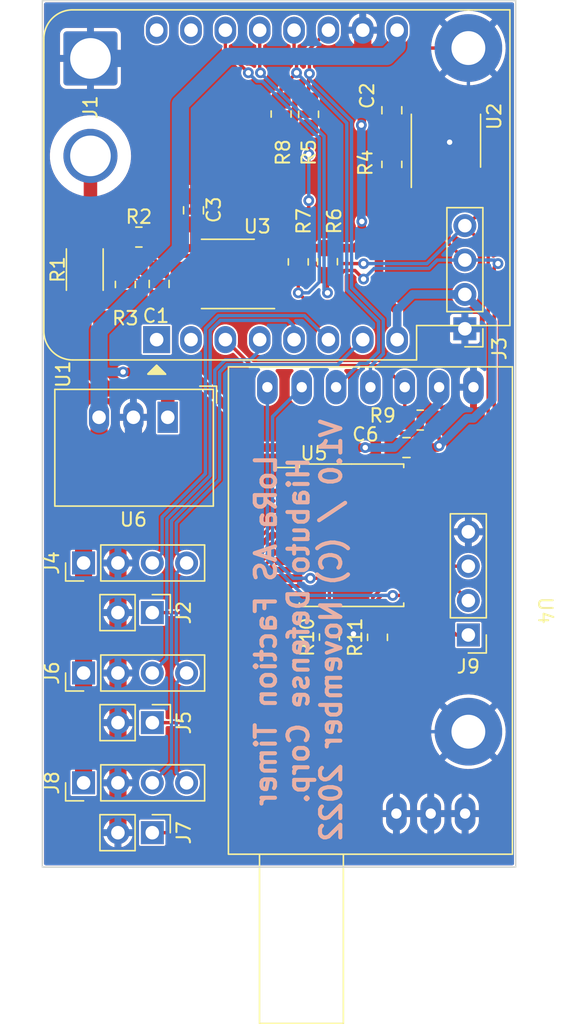
<source format=kicad_pcb>
(kicad_pcb (version 20211014) (generator pcbnew)

  (general
    (thickness 1.6)
  )

  (paper "A4")
  (layers
    (0 "F.Cu" signal)
    (31 "B.Cu" signal)
    (32 "B.Adhes" user "B.Adhesive")
    (33 "F.Adhes" user "F.Adhesive")
    (34 "B.Paste" user)
    (35 "F.Paste" user)
    (36 "B.SilkS" user "B.Silkscreen")
    (37 "F.SilkS" user "F.Silkscreen")
    (38 "B.Mask" user)
    (39 "F.Mask" user)
    (40 "Dwgs.User" user "User.Drawings")
    (41 "Cmts.User" user "User.Comments")
    (42 "Eco1.User" user "User.Eco1")
    (43 "Eco2.User" user "User.Eco2")
    (44 "Edge.Cuts" user)
    (45 "Margin" user)
    (46 "B.CrtYd" user "B.Courtyard")
    (47 "F.CrtYd" user "F.Courtyard")
    (48 "B.Fab" user)
    (49 "F.Fab" user)
  )

  (setup
    (stackup
      (layer "F.SilkS" (type "Top Silk Screen"))
      (layer "F.Paste" (type "Top Solder Paste"))
      (layer "F.Mask" (type "Top Solder Mask") (thickness 0.01))
      (layer "F.Cu" (type "copper") (thickness 0.035))
      (layer "dielectric 1" (type "core") (thickness 1.51) (material "FR4") (epsilon_r 4.5) (loss_tangent 0.02))
      (layer "B.Cu" (type "copper") (thickness 0.035))
      (layer "B.Mask" (type "Bottom Solder Mask") (thickness 0.01))
      (layer "B.Paste" (type "Bottom Solder Paste"))
      (layer "B.SilkS" (type "Bottom Silk Screen"))
      (copper_finish "None")
      (dielectric_constraints no)
    )
    (pad_to_mask_clearance 0)
    (pcbplotparams
      (layerselection 0x00010fc_ffffffff)
      (disableapertmacros false)
      (usegerberextensions true)
      (usegerberattributes false)
      (usegerberadvancedattributes false)
      (creategerberjobfile false)
      (svguseinch false)
      (svgprecision 6)
      (excludeedgelayer true)
      (plotframeref false)
      (viasonmask false)
      (mode 1)
      (useauxorigin false)
      (hpglpennumber 1)
      (hpglpenspeed 20)
      (hpglpendiameter 15.000000)
      (dxfpolygonmode true)
      (dxfimperialunits true)
      (dxfusepcbnewfont true)
      (psnegative false)
      (psa4output false)
      (plotreference true)
      (plotvalue false)
      (plotinvisibletext false)
      (sketchpadsonfab false)
      (subtractmaskfromsilk true)
      (outputformat 1)
      (mirror false)
      (drillshape 0)
      (scaleselection 1)
      (outputdirectory "gerber/")
    )
  )

  (net 0 "")
  (net 1 "Net-(C1-Pad1)")
  (net 2 "Net-(C1-Pad2)")
  (net 3 "GND")
  (net 4 "+3V3")
  (net 5 "+BATT")
  (net 6 "BTN_FAC_1")
  (net 7 "DIO_FAC_3")
  (net 8 "CLK_DISP")
  (net 9 "BTN_FAC_2")
  (net 10 "DIO_FAC_2")
  (net 11 "BTN_FAC_3")
  (net 12 "DIO_FAC_1")
  (net 13 "unconnected-(U1-Pad1)")
  (net 14 "SCL")
  (net 15 "SDA")
  (net 16 "unconnected-(U1-Pad2)")
  (net 17 "LoRa_AUX")
  (net 18 "LoRa_RX")
  (net 19 "LoRa_TX")
  (net 20 "unconnected-(U1-Pad15)")
  (net 21 "unconnected-(U1-Pad16)")
  (net 22 "LoRa_M1")
  (net 23 "LoRa_M0")
  (net 24 "+VDC")
  (net 25 "Net-(J9-Pad1)")
  (net 26 "Net-(J9-Pad2)")
  (net 27 "Net-(J9-Pad3)")
  (net 28 "unconnected-(U5-Pad13)")
  (net 29 "Net-(R4-Pad1)")
  (net 30 "+5V")

  (footprint "Capacitor_SMD:C_0805_2012Metric_Pad1.18x1.45mm_HandSolder" (layer "F.Cu") (at 146.924 99.012 180))

  (footprint "Connector_PinHeader_2.54mm:PinHeader_1x04_P2.54mm_Vertical" (layer "F.Cu") (at 151.242 90.239 180))

  (footprint "Resistor_SMD:R_0805_2012Metric_Pad1.20x1.40mm_HandSolder" (layer "F.Cu") (at 127.136 83.463 180))

  (footprint "Resistor_SMD:R_0805_2012Metric_Pad1.20x1.40mm_HandSolder" (layer "F.Cu") (at 126.136 86.963 -90))

  (footprint "Capacitor_SMD:C_0805_2012Metric_Pad1.18x1.45mm_HandSolder" (layer "F.Cu") (at 128.636 86.9255 -90))

  (footprint "Package_SO:SOIC-16W_7.5x10.3mm_P1.27mm" (layer "F.Cu") (at 142.86 105.489))

  (footprint "Capacitor_SMD:C_0805_2012Metric_Pad1.18x1.45mm_HandSolder" (layer "F.Cu") (at 131.176 81.486 90))

  (footprint "Connector_Wire:SolderWire-2.5sqmm_1x02_P7.2mm_D2.4mm_OD3.6mm" (layer "F.Cu") (at 123.556 70.266 -90))

  (footprint "Resistor_SMD:R_2010_5025Metric_Pad1.40x2.65mm_HandSolder" (layer "F.Cu") (at 123.136 85.863 -90))

  (footprint "Package_SO:SOIC-8_3.9x4.9mm_P1.27mm" (layer "F.Cu") (at 133.716 86.185 180))

  (footprint "Converter_DCDC:Converter_DCDC_RECOM_R-78E-0.5_THT" (layer "F.Cu") (at 129.271 96.774 180))

  (footprint "Resistor_SMD:R_0805_2012Metric_Pad1.20x1.40mm_HandSolder" (layer "F.Cu") (at 141.082 85.28 -90))

  (footprint "Resistor_SMD:R_0805_2012Metric_Pad1.20x1.40mm_HandSolder" (layer "F.Cu") (at 138.923 85.296 -90))

  (footprint "MountingHole:MountingHole_2.5mm_Pad" (layer "F.Cu") (at 151.5 120))

  (footprint "Resistor_SMD:R_0805_2012Metric_Pad1.20x1.40mm_HandSolder" (layer "F.Cu") (at 144.78 113.03 90))

  (footprint "Connector_PinHeader_2.54mm:PinHeader_1x04_P2.54mm_Vertical" (layer "F.Cu") (at 123.048 107.5365 90))

  (footprint "Connector_PinHeader_2.54mm:PinHeader_1x02_P2.54mm_Vertical" (layer "F.Cu") (at 128.133 119.332 -90))

  (footprint "Connector_PinHeader_2.54mm:PinHeader_1x02_P2.54mm_Vertical" (layer "F.Cu") (at 128.128 111.204 -90))

  (footprint "MountingHole:MountingHole_2.5mm_Pad" (layer "F.Cu") (at 151.5 69.5))

  (footprint "Connector_PinHeader_2.54mm:PinHeader_1x04_P2.54mm_Vertical" (layer "F.Cu") (at 151.496 112.855 180))

  (footprint "Resistor_SMD:R_0805_2012Metric_Pad1.20x1.40mm_HandSolder" (layer "F.Cu") (at 145.841 78.093 -90))

  (footprint "Resistor_SMD:R_0805_2012Metric_Pad1.20x1.40mm_HandSolder" (layer "F.Cu") (at 139.685 74.39 90))

  (footprint "Connector_PinHeader_2.54mm:PinHeader_1x04_P2.54mm_Vertical" (layer "F.Cu") (at 123.048 123.777 90))

  (footprint "Connector_PinHeader_2.54mm:PinHeader_1x04_P2.54mm_Vertical" (layer "F.Cu") (at 123.048 115.6645 90))

  (footprint "Capacitor_SMD:C_0805_2012Metric_Pad1.18x1.45mm_HandSolder" (layer "F.Cu") (at 145.841 74.093 -90))

  (footprint "Connector_PinHeader_2.54mm:PinHeader_1x02_P2.54mm_Vertical" (layer "F.Cu") (at 128.128 127.46 -90))

  (footprint "Package_SO:SO-8_3.9x4.9mm_P1.27mm" (layer "F.Cu") (at 149.841 76.343 90))

  (footprint "Module:WEMOS_D1_mini_light" (layer "F.Cu") (at 128.451 91.038 90))

  (footprint "Ebyte_RF:E220-900T22D" (layer "F.Cu") (at 144.257 111.05 -90))

  (footprint "Resistor_SMD:R_0805_2012Metric_Pad1.20x1.40mm_HandSolder" (layer "F.Cu") (at 147.94 96.98 180))

  (footprint "Resistor_SMD:R_0805_2012Metric_Pad1.20x1.40mm_HandSolder" (layer "F.Cu") (at 137.653 74.374 90))

  (footprint "Resistor_SMD:R_0805_2012Metric_Pad1.20x1.40mm_HandSolder" (layer "F.Cu") (at 141.224 113.014 90))

  (gr_line (start 120 66) (end 120 130) (layer "Edge.Cuts") (width 0.1) (tstamp 1749244f-e6a0-4342-aaa5-3ce8b59ab7f7))
  (gr_line (start 120 130) (end 155 130) (layer "Edge.Cuts") (width 0.1) (tstamp 204c3f1d-615e-4e36-8b5a-fcd5d9000047))
  (gr_line (start 155 66) (end 120 66) (layer "Edge.Cuts") (width 0.1) (tstamp 4cea5dc3-34a8-46e4-9742-d5e64bfbaee7))
  (gr_line (start 155 130) (end 155 66) (layer "Edge.Cuts") (width 0.1) (tstamp d4aed32c-a16e-4a67-b5ea-e6b4e840222d))
  (gr_text "LoRa AS Faction Timer\nHiabuto Defense Corp.\nV1.0 / (C) November 2022" (at 138.938 112.522 90) (layer "B.SilkS") (tstamp 26ce4c3a-3cf4-45a5-b65b-00a227f60e59)
    (effects (font (size 1.5 1.5) (thickness 0.3)) (justify mirror))
  )

  (segment (start 129.779 87.031) (end 128.636 85.888) (width 0.25) (layer "F.Cu") (net 1) (tstamp 15ca2867-2123-44bb-b131-38cc30d5c8fc))
  (segment (start 130.033 88.09) (end 129.779 87.836) (width 0.25) (layer "F.Cu") (net 1) (tstamp 552922b6-4474-4748-a536-55909f445f73))
  (segment (start 128.636 85.888) (end 128.636 85.463) (width 0.25) (layer "F.Cu") (net 1) (tstamp 6a2bcc72-047b-4846-8583-1109e3552669))
  (segment (start 128.136 84.963) (end 128.136 83.463) (width 0.25) (layer "F.Cu") (net 1) (tstamp 775e8983-a723-43c5-bf00-61681f0840f3))
  (segment (start 131.241 88.09) (end 130.033 88.09) (width 0.25) (layer "F.Cu") (net 1) (tstamp 894a9030-8906-47b7-85b3-97c4dc994c1e))
  (segment (start 128.636 85.463) (end 128.136 84.963) (width 0.25) (layer "F.Cu") (net 1) (tstamp a0e7a81b-2259-4f8d-8368-ba75f2004714))
  (segment (start 129.779 87.836) (end 129.779 87.031) (width 0.25) (layer "F.Cu") (net 1) (tstamp f3cb63e2-5999-4360-a5b0-506b94346048))
  (segment (start 132.954 87.328) (end 132.446 86.82) (width 0.25) (layer "F.Cu") (net 2) (tstamp 3844fa94-0bd5-4041-8130-a3df06ceb8ff))
  (segment (start 126.136 85.963) (end 126.636 85.963) (width 0.25) (layer "F.Cu") (net 2) (tstamp 3efa2ece-8f3f-4a8c-96e9-6ab3ec6f1f70))
  (segment (start 126.636 85.963) (end 128.636 87.963) (width 0.25) (layer "F.Cu") (net 2) (tstamp 430d6d73-9de6-41ca-b788-178d709f4aae))
  (segment (start 132.446 86.82) (end 131.241 86.82) (width 0.25) (layer "F.Cu") (net 2) (tstamp 5a8bd779-67e7-4128-8870-9f94b84e535b))
  (segment (start 132.30852 88.71452) (end 132.954 88.06904) (width 0.25) (layer "F.Cu") (net 2) (tstamp aa0f0d28-173d-4ff7-8bea-281468b2ea13))
  (segment (start 129.38752 88.71452) (end 132.30852 88.71452) (width 0.25) (layer "F.Cu") (net 2) (tstamp bbde6441-468d-455a-b9b8-9e8fb17764e1))
  (segment (start 128.636 87.963) (end 129.38752 88.71452) (width 0.25) (layer "F.Cu") (net 2) (tstamp e6fa5ea2-2708-4fea-b090-e59065558b66))
  (segment (start 132.954 88.06904) (end 132.954 87.328) (width 0.25) (layer "F.Cu") (net 2) (tstamp f2106b91-aa10-4bd6-8a6a-e89dcefd64a2))
  (segment (start 150.495 78.899) (end 150.476 78.918) (width 0.25) (layer "F.Cu") (net 3) (tstamp 00efd808-ebaa-4f25-9257-0371adb426e0))
  (segment (start 144.257 77.231) (end 142.636 77.231) (width 0.25) (layer "F.Cu") (net 3) (tstamp 02a3137c-b1f1-452d-9adc-6c87be81a9aa))
  (segment (start 145.841 79.093) (end 144.658 79.093) (width 0.25) (layer "F.Cu") (net 3) (tstamp 02ab8e82-2d0c-4dba-b147-0ba61dcc9f0e))
  (segment (start 125.683489 128.634511) (end 125.588 128.539022) (width 0.25) (layer "F.Cu") (net 3) (tstamp 048f9493-abeb-44d5-8e07-c1a1d06d9a77))
  (segment (start 147.924 69.5) (end 151.5 69.5) (width 0.25) (layer "F.Cu") (net 3) (tstamp 0555104b-780e-4ebf-a66e-b525fa2e6f24))
  (segment (start 143.812 102.314) (end 145.8865 100.2395) (width 0.25) (layer "F.Cu") (net 3) (tstamp 0698aa85-a53c-4366-be01-d6c0dc2691d4))
  (segment (start 138.21 103.584) (end 136.002 103.584) (width 0.25) (layer "F.Cu") (net 3) (tstamp 06d12b55-0deb-4cd5-b61f-92d39be65add))
  (segment (start 151.242 90.239) (end 149.029 90.239) (width 0.25) (layer "F.Cu") (net 3) (tstamp 07985846-c645-416c-a132-3b64067adc30))
  (segment (start 141.252 79.093) (end 142.212 79.093) (width 1.27) (layer "F.Cu") (net 3) (tstamp 0ade6874-9b5f-4958-953d-bd388d1d5d69))
  (segment (start 125.593 119.332) (end 125.593 115.6695) (width 1.27) (layer "F.Cu") (net 3) (tstamp 10864117-6b36-486c-9f98-4c445d9ff4e4))
  (segment (start 131.445 80.1795) (end 131.445 75.184) (width 0.25) (layer "F.Cu") (net 3) (tstamp 11e43be2-9e54-41ba-931e-b30f690e061d))
  (segment (start 136.256 101.044) (end 136.002 101.298) (width 0.25) (layer "F.Cu") (net 3) (tstamp 13d0af0d-8fe6-4b46-a661-86f287230e8a))
  (segment (start 145.8865 100.2395) (end 145.8865 99.012) (width 0.25) (layer "F.Cu") (net 3) (tstamp 186e5d8a-6772-4375-829b-19a2df6700c3))
  (segment (start 147.936 78.918) (end 147.079 78.918) (width 0.25) (layer "F.Cu") (net 3) (tstamp 1a2f43c6-e1cf-4150-a906-5c0c50cd7a11))
  (segment (start 138.21 102.314) (end 143.812 102.314) (width 0.25) (layer "F.Cu") (net 3) (tstamp 1b95fb15-2a1c-416c-b398-9eb7822da8ba))
  (segment (start 144.257 75.517) (end 144.6435 75.1305) (width 0.25) (layer "F.Cu") (net 3) (tstamp 2013a229-0b8c-4105-b740-ebff66e1ac4e))
  (segment (start 125.588 115.6645) (end 125.588 111.204) (width 1.27) (layer "F.Cu") (net 3) (tstamp 236ebb2e-08fd-42a3-998d-f3651a224d14))
  (segment (start 129.94148 85.38752) (end 130.10396 85.55) (width 0.25) (layer "F.Cu") (net 3) (tstamp 2a0a676e-2e60-41ef-8157-c73868f8c26c))
  (segment (start 149.206 80.537) (end 148.6535 81.0895) (width 0.25) (layer "F.Cu") (net 3) (tstamp 2b8f0eea-4e0b-422d-9505-78b65c347caf))
  (segment (start 125.588 109.426) (end 125.588 107.5365) (width 1.27) (layer "F.Cu") (net 3) (tstamp 2c7c0bf9-b88b-4a29-99f5-e105fe40bded))
  (segment (start 146.812 83.693) (end 146.812 87.249) (width 1.27) (layer "F.Cu") (net 3) (tstamp 2d233d57-736e-4e68-8e1d-101d5cda6c1c))
  (segment (start 126.527 70.266) (end 131.445 75.184) (width 1.27) (layer "F.Cu") (net 3) (tstamp 2f32e74e-6d6d-450e-8f3d-b6fc4e70c684))
  (segment (start 136.002 103.457) (end 133.208 106.251) (width 0.25) (layer "F.Cu") (net 3) (tstamp 2f9e97f9-4ef3-4859-ba35-2e4a77c29edd))
  (segment (start 136.002 103.584) (end 136.002 103.457) (width 0.25) (layer "F.Cu") (net 3) (tstamp 318deff9-de96-46fd-a4d1-7f7398f1421b))
  (segment (start 141.252 79.093) (end 142.24 78.105) (width 1.27) (layer "F.Cu") (net 3) (tstamp 37f5f4ac-be45-488c-a2e2-ce9453b7dc8a))
  (segment (start 132.033489 128.634511) (end 125.683489 128.634511) (width 0.25) (layer "F.Cu") (net 3) (tstamp 3c7f5046-d10b-4d23-aab6-4f126bf31037))
  (segment (start 138.148 126.05) (end 134.618 126.05) (width 0.25) (layer "F.Cu") (net 3) (tstamp 3e75e8db-7b92-4c17-a4b0-ddafce145c94))
  (segment (start 144.658 79.093) (end 144.257 78.692) (width 0.25) (layer "F.Cu") (net 3) (tstamp 41135709-b93a-4432-aae4-18c34ca1c671))
  (segment (start 149.206 78.918) (end 147.936 78.918) (width 0.25) (layer "F.Cu") (net 3) (tstamp 425e85ea-009d-440a-8635-c47a434879f6))
  (segment (start 142.24 76.835) (end 142.24 71.882) (width 1.27) (layer "F.Cu") (net 3) (tstamp 43898aec-101e-4980-8d82-d429a940755d))
  (segment (start 125.588 128.539022) (end 125.588 127.46) (width 0.25) (layer "F.Cu") (net 3) (tstamp 46910caa-9bf3-4d92-a8e7-5ef91733196b))
  (segment (start 132.954 85.55) (end 134.224 86.82) (width 0.25) (layer "F.Cu") (net 3) (tstamp 4b2e2f01-9edc-4dca-8d0b-13a1306a0b4b))
  (segment (start 142.24 71.882) (end 143.764 70.358) (width 1.27) (layer "F.Cu") (net 3) (tstamp 50fd0d9e-f456-471d-8144-f18ffd98e314))
  (segment (start 146.904 79.093) (end 145.841 79.093) (width 0.25) (layer "F.Cu") (net 3) (tstamp 523e0acc-da36-428b-9682-5bf2258a1e74))
  (segment (start 144.257 78.692) (end 144.257 77.231) (width 0.25) (layer "F.Cu") (net 3) (tstamp 5271f873-2fb7-4278-9720-80c1b44a3cfd))
  (segment (start 133.208 106.65751) (end 130.43951 109.426) (width 0.25) (layer "F.Cu") (net 3) (tstamp 53a3038a-4311-44af-b1de-145ca08b93f5))
  (segment (start 131.176 80.4485) (end 129.94148 81.68302) (width 0.25) (layer "F.Cu") (net 3) (tstamp 5533e9b3-2d6c-4b75-911e-51b2214e8c06))
  (segment (start 148.6535 81.0895) (end 144.2085 81.0895) (width 0.25) (layer "F.Cu") (net 3) (tstamp 557811b1-db36-47ec-8846-7090e7f324b8))
  (segment (start 142.636 77.231) (end 142.24 76.835) (width 0.25) (layer "F.Cu") (net 3) (tstamp 55f41b12-e993-400e-b5d0-cda0b9dc4c5f))
  (segment (start 125.593 115.6695) (end 125.588 115.6645) (width 1.27) (layer "F.Cu") (net 3) (tstamp 5778e10e-3347-4b63-bfde-51d8183229b0))
  (segment (start 138.21 125.988) (end 138.148 126.05) (width 0.25) (layer "F.Cu") (net 3) (tstamp 683c5505-becc-45a5-88df-e0a72273db17))
  (segment (start 133.208 106.251) (end 133.208 106.65751) (width 0.25) (layer "F.Cu") (net 3) (tstamp 6cccbe29-4636-4950-8c7b-7a8eb0b24cbc))
  (segment (start 125.588 105.743) (end 126.731 104.6) (width 1.27) (layer "F.Cu") (net 3) (tstamp 6e739367-4d3f-484e-87ec-346cf8076b27))
  (segment (start 146.177 126.05) (end 138.148 126.05) (width 0.25) (layer "F.Cu") (net 3) (tstamp 6efb220a-f32f-4fba-87c6-646bef2bf0cd))
  (segment (start 150.114 77.089) (end 150.495 77.47) (width 0.25) (layer "F.Cu") (net 3) (tstamp 6f79164a-ca63-4219-8918-281bfcb8510a))
  (segment (start 149.029 90.239) (end 146.812 88.022) (width 0.25) (layer "F.Cu") (net 3) (tstamp 723772b4-a82e-46db-9d73-eb18a7c92e4f))
  (segment (start 143.691 70.285) (end 143.691 68.178) (width 1.27) (layer "F.Cu") (net 3) (tstamp 74f59410-d7c9-4f10-af8e-1d8a709f9180))
  (segment (start 151.877 92.916) (end 151.242 92.281) (width 0.25) (layer "F.Cu") (net 3) (tstamp 755ad1ca-183d-4a8e-ad50-e8785d116a27))
  (segment (start 148.717 126.05) (end 146.177 126.05) (width 0.25) (layer "F.Cu") (net 3) (tstamp 78728929-ff01-49ea-857f-52106a6d4135))
  (segment (start 144.6435 75.1305) (end 145.841 75.1305) (width 0.25) (layer "F.Cu") (net 3) (tstamp 82f38568-7fb1-425d-8f24-893803ad0b80))
  (segment (start 138.21 109.934) (end 138.21 125.988) (width 0.25) (layer "F.Cu") (net 3) (tstamp 874c0955-fee0-4f00-8350-8bbaa21b2b62))
  (segment (start 147.079 78.918) (end 146.904 79.093) (width 0.25) (layer "F.Cu") (net 3) (tstamp 8c7e68f0-f4ba-4cb7-81a9-4b3e2608b9ba))
  (segment (start 125.588 119.337) (end 125.593 119.332) (width 1.27) (layer "F.Cu") (net 3) (tstamp 90c4c72f-583b-4f3f-9010-af0e05aa12cf))
  (segment (start 147.266 70.158) (end 147.924 69.5) (width 0.25) (layer "F.Cu") (net 3) (tstamp 941355d9-cc60-4d1c-bba6-4078a30529f4))
  (segment (start 125.588 127.46) (end 125.588 123.777) (width 1.27) (layer "F.Cu") (net 3) (tstamp 94979294-58f1-45cf-861c-a1d9abf6b6a1))
  (segment (start 142.212 79.093) (end 144.2085 81.0895) (width 1.27) (layer "F.Cu") (net 3) (tstamp 9728f2ac-d18e-4e64-80f0-36bf86aa0357))
  (segment (start 146.812 88.022) (end 146.812 87.249) (width 0.25) (layer "F.Cu") (net 3) (tstamp 983eed90-32b1-432e-a36f-f9ca56bf3fa5))
  (segment (start 138.21 101.044) (end 136.256 101.044) (width 0.25) (layer "F.Cu") (net 3) (tstamp 98417598-1ab4-4a61-b286-ed0798e8b269))
  (segment (start 125.588 107.5365) (end 125.588 105.743) (width 1.27) (layer "F.Cu") (net 3) (tstamp 9a22724d-c343-4a05-ba0a-0b9d4a310b4a))
  (segment (start 131.445 75.184) (end 135.354 79.093) (width 1.27) (layer "F.Cu") (net 3) (tstamp 9c3c3f87-71dd-459e-adc1-f9a46f7289f6))
  (segment (start 136.002 101.298) (end 136.002 102.314) (width 0.25) (layer "F.Cu") (net 3) (tstamp a2a410e7-ae0f-43e9-a08c-af89f7de2c77))
  (segment (start 123.556 70.266) (end 126.527 70.266) (width 1.27) (layer "F.Cu") (net 3) (tstamp a6893bd5-f260-4563-9033-51242ba5bd1b))
  (segment (start 131.241 85.55) (end 132.954 85.55) (width 0.25) (layer "F.Cu") (net 3) (tstamp aebe3d77-2740-4176-b7b3-16f89d45ba22))
  (segment (start 136.002 102.314) (end 138.21 102.314) (width 0.25) (layer "F.Cu") (net 3) (tstamp bdf122af-dbaf-4f67-abd2-118c9bd04dd3))
  (segment (start 143.691 68.178) (end 143.691 70.158) (width 0.25) (layer "F.Cu") (net 3) (tstamp c13dd0e5-49ec-4f39-8c5b-f64c54d45afa))
  (segment (start 125.588 123.777) (end 125.588 119.337) (width 1.27) (layer "F.Cu") (net 3) (tstamp c22b862f-8533-422e-a2e5-588b3d5a7475))
  (segment (start 134.224 86.82) (end 136.191 86.82) (width 0.25) (layer "F.Cu") (net 3) (tstamp c4043e6a-0020-47a2-9211-c104af00bff3))
  (segment (start 125.588 111.204) (end 125.588 109.426) (width 1.27) (layer "F.Cu") (net 3) (tstamp c43dcb5f-cc72-43fb-8053-6b521bc1b8ee))
  (segment (start 150.114 76.454) (end 150.114 77.089) (width 0.25) (layer "F.Cu") (net 3) (tstamp cccdd42d-5b5e-4b2a-98fd-ac3fa5a22c14))
  (segment (start 151.746 78.918) (end 150.476 78.918) (width 0.25) (layer "F.Cu") (net 3) (tstamp cd158472-09e9-4d28-b5c9-17f0928cbaaa))
  (segment (start 150.495 77.47) (end 150.495 78.899) (width 0.25) (layer "F.Cu") (net 3) (tstamp cd904fde-884f-489c-bafe-13dcf58ca270))
  (segment (start 130.43951 109.426) (end 125.588 109.426) (width 0.25) (layer "F.Cu") (net 3) (tstamp cfa64fce-20fc-46ed-9dd0-a3b4420cae68))
  (segment (start 143.691 70.158) (end 147.266 70.158) (width 0.25) (layer "F.Cu") (net 3) (tstamp d0139650-17d9-4c98-a5c3-f6a1511f85f6))
  (segment (start 129.94148 81.68302) (end 129.94148 85.38752) (width 0.25) (layer "F.Cu") (net 3) (tstamp d396caf5-01cc-4a06-9ddc-e6a0fc3d554e))
  (segment (start 149.206 78.918) (end 149.206 80.537) (width 0.25) (layer "F.Cu") (net 3) (tstamp d98a7323-aa7c-4405-9d4a-281fb6a15d87))
  (segment (start 135.354 79.093) (end 141.252 79.093) (width 1.27) (layer "F.Cu") (net 3) (tstamp d9969fbf-35d2-4e51-8af9-4be7ea6a102a))
  (segment (start 144.257 77.231) (end 144.257 75.517) (width 0.25) (layer "F.Cu") (net 3) (tstamp da1c16cc-1801-43db-8f21-2fdcbd2ffae7))
  (segment (start 136.002 103.457) (end 136.002 102.314) (width 0.25) (layer "F.Cu") (net 3) (tstamp da6e969a-a7a5-4e44-82d9-53a2ce63fa18))
  (segment (start 126.731 104.6) (end 126.731 96.774) (width 1.27) (layer "F.Cu") (net 3) (tstamp dc8b6ee7-5d38-4f57-a54a-260f90631f2c))
  (segment (start 136.191 88.09) (end 136.191 86.82) (width 0.25) (layer "F.Cu") (net 3) (tstamp e5497ff5-dd81-4501-b59e-6f0bc9362090))
  (segment (start 151.242 92.281) (end 151.242 90.239) (width 0.25) (layer "F.Cu") (net 3) (tstamp e5c4563f-a400-4007-8c74-6b8dc25b545e))
  (segment (start 134.618 126.05) (end 132.033489 128.634511) (width 0.25) (layer "F.Cu") (net 3) (tstamp e6fe756d-fab0-4dc6-836f-fd03e1074a05))
  (segment (start 151.877 94.55) (end 151.877 92.916) (width 0.25) (layer "F.Cu") (net 3) (tstamp e75059b0-e839-4461-b716-10520d0fc841))
  (segment (start 151.257 126.05) (end 148.717 126.05) (width 0.25) (layer "F.Cu") (net 3) (tstamp eca26540-b5eb-4d97-a381-8d8d9abb3016))
  (segment (start 142.24 78.105) (end 142.24 76.835) (width 1.27) (layer "F.Cu") (net 3) (tstamp f08b7a13-6602-4e2b-af41-f25ffa9d0be4))
  (segment (start 150.476 78.918) (end 149.206 78.918) (width 0.25) (layer "F.Cu") (net 3) (tstamp f1b99660-8f8f-4ba4-a615-91cb0be8ce35))
  (segment (start 143.764 70.358) (end 143.691 70.285) (width 1.27) (layer "F.Cu") (net 3) (tstamp f4b5a2c3-da51-4603-b28c-bc7691f10604))
  (segment (start 144.2085 81.0895) (end 146.812 83.693) (width 1.27) (layer "F.Cu") (net 3) (tstamp f56d4063-919e-4dd1-8a0f-c6ba496d48eb))
  (segment (start 131.176 80.4485) (end 131.445 80.1795) (width 0.25) (layer "F.Cu") (net 3) (tstamp f957c373-b32a-4d48-95b6-ee2f94d3bb4b))
  (segment (start 130.10396 85.55) (end 131.241 85.55) (width 0.25) (layer "F.Cu") (net 3) (tstamp fc40ec36-6572-47e1-a742-56fb82a080b6))
  (via (at 150.114 76.454) (size 0.8) (drill 0.4) (layers "F.Cu" "B.Cu") (net 3) (tstamp 6865f33e-5f44-4bb4-8876-a58f89f83813))
  (via (at 143.002 112.776) (size 0.8) (drill 0.4) (layers "F.Cu" "B.Cu") (free) (net 3) (tstamp ef3abe03-d68b-4855-bc8f-417487ded968))
  (segment (start 121.92 96.266) (end 121.92 98.298) (width 1.27) (layer "B.Cu") (net 3) (tstamp 0e677c85-3782-4cac-898b-a79bb3ec6e2d))
  (segment (start 127.762 82.296) (end 121.92 88.138) (width 1.27) (layer "B.Cu") (net 3) (tstamp 1d72346c-b99b-4c6d-9e88-bc877176be56))
  (segment (start 121.92 98.298) (end 123.19 99.568) (width 1.27) (layer "B.Cu") (net 3) (tstamp 29ca7108-6229-439c-8900-722479d4cda9))
  (segment (start 147.813 120) (end 147.701 119.888) (width 0.25) (layer "B.Cu") (net 3) (tstamp 3357e725-2deb-4c75-a8e8-8c0798d431e9))
  (segment (start 151.5 120) (end 147.813 120) (width 0.25) (layer "B.Cu") (net 3) (tstamp 349394df-5689-4e1a-b568-733f08665466))
  (segment (start 151.5 69.5) (end 151.5 75.068) (width 0.25) (layer "B.Cu") (net 3) (tstamp 3ff4471a-d9da-4126-af01-ea9a764303aa))
  (segment (start 147.701 117.602) (end 148.717 116.586) (width 0.25) (layer "B.Cu") (net 3) (tstamp 41fc99c9-3766-40d6-baf6-cbc4588ee446))
  (segment (start 126.731 98.821) (end 126.731 96.774) (width 1.27) (layer "B.Cu") (net 3) (tstamp 45ec0838-9c37-45fa-9494-db87e2cb6cf3))
  (segment (start 127.762 70.358) (end 127.762 82.296) (width 1.27) (layer "B.Cu") (net 3) (tstamp 4b385c34-80da-484e-b30b-74c5b4ebd92a))
  (segment (start 123.556 70.266) (end 127.67 70.266) (width 1.27) (layer "B.Cu") (net 3) (tstamp 62c266e4-40be-4495-91b3-0b83206b5fce))
  (segment (start 147.701 119.888) (end 147.701 117.602) (width 0.25) (layer "B.Cu") (net 3) (tstamp 6cca216b-5077-4954-a965-59a1c31a9198))
  (segment (start 148.717 105.855) (end 148.717 116.586) (width 0.25) (layer "B.Cu") (net 3) (tstamp 7f09b3fd-7df4-4683-a64f-5111958c805e))
  (segment (start 121.92 88.138) (end 121.92 96.266) (width 1.27) (layer "B.Cu") (net 3) (tstamp 7fd0d7da-14ee-41c6-be3b-1e2feb31d084))
  (segment (start 147.701 121.412) (end 147.701 119.888) (width 0.25) (layer "B.Cu") (net 3) (tstamp 840a1e2e-f397-48a7-b699-4032dcccb787))
  (segment (start 151.496 105.235) (end 149.337 105.235) (width 0.25) (layer "B.Cu") (net 3) (tstamp 8e0347f5-cd80-4453-a15f-d650bd3cc941))
  (segment (start 125.984 99.568) (end 126.731 98.821) (width 1.27) (layer "B.Cu") (net 3) (tstamp 93e67e65-f4b3-425f-80b2-bf2d393b29cb))
  (segment (start 127.67 70.266) (end 127.762 70.358) (width 1.27) (layer "B.Cu") (net 3) (tstamp 9e6e72f5-4609-47ce-9895-9214a41282f5))
  (segment (start 149.337 105.235) (end 148.717 105.855) (width 0.25) (layer "B.Cu") (net 3) (tstamp a4fe8ebc-3e09-49f3-a6c7-2674382320e6))
  (segment (start 148.717 122.428) (end 148.717 126.05) (width 0.25) (layer "B.Cu") (net 3) (tstamp c6b77e9c-655e-40fe-9e1d-73816dca1e1d))
  (segment (start 148.717 122.428) (end 147.701 121.412) (width 0.25) (layer "B.Cu") (net 3) (tstamp c9f048d5-2459-4bb3-8dac-8cbf140134de))
  (segment (start 151.5 75.068) (end 150.114 76.454) (width 0.25) (layer "B.Cu") (net 3) (tstamp ce9aa4c0-4504-4a0d-8ccf-449927b83544))
  (segment (start 123.19 99.568) (end 125.984 99.568) (width 1.27) (layer "B.Cu") (net 3) (tstamp f0416734-1b43-4706-b615-06b9baa0c961))
  (segment (start 139.7 81.26) (end 138.4365 82.5235) (width 0.25) (layer "F.Cu") (net 4) (tstamp 0072ba71-a7b0-4ea9-a9eb-7ed9defd9bb1))
  (segment (start 143.748 111.49) (end 144.43048 110.80752) (width 0.25) (layer "F.Cu") (net 4) (tstamp 044bf444-a919-4240-b3d8-60dbc8397783))
  (segment (start 145.796 108.725704) (end 145.796 101.346) (width 0.25) (layer "F.Cu") (net 4) (tstamp 04fe47ae-4766-471c-8e3b-94a64bc81510))
  (segment (start 145.841 73.0555) (end 144.3055 73.0555) (width 0.635) (layer "F.Cu") (net 4) (tstamp 0901c858-d0e3-4ff7-8169-26c87977182d))
  (segment (start 144.430481 110.091223) (end 145.796 108.725704) (width 0.25) (layer "F.Cu") (net 4) (tstamp 0fead57a-f4d3-44fc-aed7-060b2ca11ad0))
  (segment (start 148.94 96.98) (end 148.94 97.853) (width 0.25) (layer "F.Cu") (net 4) (tstamp 11f35150-c68f-45c9-b0e7-a3077c9cda33))
  (segment (start 131.176 82.5235) (end 138.4365 82.5235) (width 0.635) (layer "F.Cu") (net 4) (tstamp 14bda08b-d391-490f-9a11-8e3c9868bcb9))
  (segment (start 146.098 101.044) (end 147.51 101.044) (width 0.25) (layer "F.Cu") (net 4) (tstamp 20928040-c104-4a50-b9ab-aa11780830e3))
  (segment (start 146.231 88.91) (end 146.231 91.038) (width 0.635) (layer "F.Cu") (net 4) (tstamp 286eade6-816f-4fc1-85e0-f795aa40b88d))
  (segment (start 146.6215 73.0555) (end 147.334 73.768) (width 0.635) (layer "F.Cu") (net 4) (tstamp 2e83d9d1-8812-4ce3-a8f2-0855482883e2))
  (segment (start 143.748 111.49) (end 143.748 112.998) (width 0.25) (layer "F.Cu") (net 4) (tstamp 33b36032-e02f-4d24-af7a-28d439ec649d))
  (segment (start 139.685 77.328) (end 139.7 77.343) (width 0.25) (layer "F.Cu") (net 4) (tstamp 39383f40-80c3-422f-a3e5-c1a7d6da66ec))
  (segment (start 131.241 84.28) (end 131.241 82.5885) (width 0.635) (layer "F.Cu") (net 4) (tstamp 39fecdd6-9db0-47f7-9478-7d5bd31e17f4))
  (segment (start 144.892 87.571) (end 146.231 88.91) (width 0.635) (layer "F.Cu") (net 4) (tstamp 41a8491b-c98f-420f-9fb6-b4c26a1bfcdc))
  (segment (start 143.622 73.739) (end 143.622 75.151947) (width 0.635) (layer "F.Cu") (net 4) (tstamp 4b7adb1e-dc7c-4de0-9fa5-294f7d2bec32))
  (segment (start 137.653 75.374) (end 139.669 75.374) (width 0.25) (layer "F.Cu") (net 4) (tstamp 5646ee62-f453-4dfe-91a8-50a0a1fc8c60))
  (segment (start 145.841 73.0555) (end 146.6215 73.0555) (width 0.635) (layer "F.Cu") (net 4) (tstamp 59d611e3-f9b7-4e4a-a552-b3bedcb9c476))
  (segment (start 144.3055 73.0555) (end 143.622 73.739) (width 0.635) (layer "F.Cu") (net 4) (tstamp 5af73b59-bc28-455c-95ef-f10621de2e96))
  (segment (start 143.748 112.998) (end 144.78 114.03) (width 0.25) (layer "F.Cu") (net 4) (tstamp 5e31709b-d665-4a24-a225-39992fe80a1f))
  (segment (start 138.4365 82.5235) (end 138.923 83.01) (width 0.635) (layer "F.Cu") (net 4) (tstamp 5f1f2f80-459b-49f7-9027-b36e85f5480f))
  (segment (start 144.892 85.804) (end 144.892 87.571) (width 0.635) (layer "F.Cu") (net 4) (tstamp 622655f1-077d-4fcf-acc2-a4976cb4f9ba))
  (segment (start 138.923 83.01) (end 138.923 84.296) (width 0.635) (layer "F.Cu") (net 4) (tstamp 74430bc2-ca58-4865-878b-e90e2218051e))
  (segment (start 148.94 97.853) (end 149.337 98.25) (width 0.25) (layer "F.Cu") (net 4) (tstamp 762f9b21-a8ee-4a88-9317-9e82c064d0ae))
  (segment (start 141.844 84.28) (end 143.114 84.28) (width 0.635) (layer "F.Cu") (net 4) (tstamp 77c2c273-c7c0-411b-96eb-993f9edc89c1))
  (segment (start 147.9615 99.012) (end 147.9615 100.5925) (width 0.635) (layer "F.Cu") (net 4) (tstamp 7e97b0c7-7a87-4fb6-a93c-a6e251940509))
  (segment (start 139.669 75.374) (end 139.685 75.39) (width 0.25) (layer "F.Cu") (net 4) (tstamp 837d2f07-e517-4ff0-8274-8379c0e4c848))
  (segment (start 143.622 83.772) (end 143.622 82.311) (width 0.635) (layer "F.Cu") (net 4) (tstamp 8d122ec8-2ac7-43b0-a391-461b51ecef74))
  (segment (start 147.9615 100.5925) (end 147.51 101.044) (width 0.635) (layer "F.Cu") (net 4) (tstamp 8ef1608d-e583-4202-a7a7-7a482183b85f))
  (segment (start 145.796 101.346) (end 146.098 101.044) (width 0.25) (layer "F.Cu") (net 4) (tstamp 96db1bdd-278a-48de-b9a8-03ead8e8cf39))
  (segment (start 143.622 83.772) (end 144.892 85.042) (width 0.635) (layer "F.Cu") (net 4) (tstamp 988e541a-d6d0-4cc6-8092-f62148e4e085))
  (segment (start 141.844 84.28) (end 138.939 84.28) (width 0.635) (layer "F.Cu") (net 4) (tstamp 9f2fe40f-9db7-461a-b625-26f54ae30800))
  (segment (start 143.622 75.151947) (end 143.5845 75.189447) (width 0.635) (layer "F.Cu") (net 4) (tstamp a2433777-11f2-4eb1-89e1-3c7d084b487b))
  (segment (start 149.337 98.25) (end 149.337 98.885) (width 0.25) (layer "F.Cu") (net 4) (tstamp a94073c6-de06-4dc7-8d6f-334d9d843833))
  (segment (start 144.892 85.042) (end 144.892 85.804) (width 0.635) (layer "F.Cu") (net 4) (tstamp b783de20-4012-40c8-8099-f3d1f5154f2b))
  (segment (start 149.21 99.012) (end 149.337 98.885) (width 0.635) (layer "F.Cu") (net 4) (tstamp be0309c8-1adc-469d-8aaa-ae231359d590))
  (segment (start 144.43048 110.80752) (end 144.430481 110.091223) (width 0.25) (layer "F.Cu") (net 4) (tstamp c898ef51-877c-456d-bbc5-035944a90b5f))
  (segment (start 142.663193 114.03) (end 144.78 114.03) (width 0.25) (layer "F.Cu") (net 4) (tstamp d0489a15-0f0b-4761-8c83-5cff30a7ddac))
  (segment (start 139.7 80.772) (end 139.7 81.26) (width 0.25) (layer "F.Cu") (net 4) (tstamp d1704fba-d1ab-4400-867e-0927d0ff6591))
  (segment (start 147.334 73.768) (end 147.936 73.768) (width 0.635) (layer "F.Cu") (net 4) (tstamp d4145336-d508-43c5-8884-86d9450060e9))
  (segment (start 139.685 75.39) (end 139.685 77.328) (width 0.25) (layer "F.Cu") (net 4) (tstamp d5ba225e-3b99-4a05-92ff-d20366c7b769))
  (segment (start 138.923 84.296) (end 138.9445 84.2745) (width 0.25) (layer "F.Cu") (net 4) (tstamp d732d84e-c0b4-4920-afbb-63959eddf2b4))
  (segment (start 143.114 84.28) (end 143.622 83.772) (width 0.635) (layer "F.Cu") (net 4) (tstamp e886dc79-5c35-4f7b-9e0d-e7309999baa8))
  (segment (start 138.939 84.28) (end 138.923 84.296) (width 0.635) (layer "F.Cu") (net 4) (tstamp e966d5b6-fd1a-4f03-9ff2-6bde4380d4a3))
  (segment (start 131.241 82.5885) (end 131.176 82.5235) (width 0.635) (layer "F.Cu") (net 4) (tstamp ec6cd8b3-495c-4bfa-bd0a-007e1192d9e9))
  (segment (start 147.9615 99.012) (end 149.21 99.012) (width 0.635) (layer "F.Cu") (net 4) (tstamp f5be3687-efd2-4f50-ae18-0b46cb30af5b))
  (segment (start 141.224 114.014) (end 142.647193 114.014) (width 0.25) (layer "F.Cu") (net 4) (tstamp fac37885-c4d1-42c6-b83d-d899372a84e9))
  (segment (start 142.647193 114.014) (end 142.663193 114.03) (width 0.25) (layer "F.Cu") (net 4) (tstamp fd31fe86-2a84-4178-af1a-8d29ee4f47f7))
  (via (at 149.337 98.885) (size 0.8) (drill 0.4) (layers "F.Cu" "B.Cu") (net 4) (tstamp 032ecfb8-2e0d-45f8-a219-c89b55c9591b))
  (via (at 143.5845 75.189447) (size 0.8) (drill 0.4) (layers "F.Cu" "B.Cu") (net 4) (tstamp 422f3d24-3c09-4527-b738-88efb5131847))
  (via (at 143.622 82.311) (size 0.8) (drill 0.4) (layers "F.Cu" "B.Cu") (net 4) (tstamp 5c1fa9d0-3740-499c-abaa-b2e53e11dd5f))
  (via (at 139.7 77.343) (size 0.8) (drill 0.4) (layers "F.Cu" "B.Cu") (net 4) (tstamp 6e4cc567-d5ce-4e86-b7ac-aa9aaa1840a2))
  (via (at 139.7 80.772) (size 0.8) (drill 0.4) (layers "F.Cu" "B.Cu") (net 4) (tstamp aa360e65-8913-4592-be10-a248c27d89d2))
  (segment (start 143.5845 75.189447) (end 143.5845 82.2735) (width 0.635) (layer "B.Cu") (net 4) (tstamp 519046f2-3eea-4b9a-9ae3-df665b132aeb))
  (segment (start 153.274 89.731) (end 151.242 87.699) (width 0.635) (layer "B.Cu") (net 4) (tstamp 59956d61-25eb-4ecd-97d1-a90c6d2ad46e))
  (segment (start 151.890807 96.853) (end 153.274 95.469807) (width 0.635) (layer "B.Cu") (net 4) (tstamp 605a7afd-1acb-4850-97e3-50e6e75bd255))
  (segment (start 151.242 87.699) (end 147.378 87.699) (width 0.635) (layer "B.Cu") (net 4) (tstamp 86b4919c-a6e4-4a4d-a1ed-28beea243009))
  (segment (start 139.7 77.343) (end 139.7 80.772) (width 0.25) (layer "B.Cu") (net 4) (tstamp 911197ae-ac58-4615-8a1a-ac4466dcf8de))
  (segment (start 153.274 95.469807) (end 153.274 89.731) (width 0.635) (layer "B.Cu") (net 4) (tstamp a1e179b1-031c-4153-b678-b0be8e988722))
  (segment (start 147.378 87.699) (end 146.231 88.846) (width 0.635) (layer "B.Cu") (net 4) (tstamp abfe1d0e-5083-4457-afc8-b47cda47006c))
  (segment (start 146.231 88.846) (end 146.231 91.038) (width 0.635) (layer "B.Cu") (net 4) (tstamp c8b377ff-8afe-4cd7-a77a-89f6e0cc4472))
  (segment (start 151.369 96.853) (end 151.890807 96.853) (width 0.635) (layer "B.Cu") (net 4) (tstamp cb2cf0f7-f737-4c16-8b92-f4df637c471a))
  (segment (start 149.337 98.885) (end 151.369 96.853) (width 0.635) (layer "B.Cu") (net 4) (tstamp e0292f23-7dec-47cf-aba1-04fd13721e51))
  (segment (start 143.5845 82.2735) (end 143.622 82.311) (width 0.635) (layer "B.Cu") (net 4) (tstamp f122fb4b-2897-4b49-ad20-d2111f9259f2))
  (segment (start 123.136 83.463) (end 123.136 81.037) (width 1) (layer "F.Cu") (net 5) (tstamp 10935d27-11b4-4fa6-8e6d-0402328504f2))
  (segment (start 123.136 81.037) (end 123.556 80.617) (width 1) (layer "F.Cu") (net 5) (tstamp 645c0f86-a756-4cdb-ab0c-91aee75a36f7))
  (segment (start 123.136 83.463) (end 126.136 83.463) (width 1) (layer "F.Cu") (net 5) (tstamp eb391a95-1c1d-4613-b508-c76b8bc13a73))
  (segment (start 123.556 80.617) (end 123.556 77.466) (width 1) (layer "F.Cu") (net 5) (tstamp fbe93fd9-25ec-413a-b669-841b89d45392))
  (segment (start 135.35696 110.19804) (end 135.35696 106.38804) (width 0.25) (layer "F.Cu") (net 6) (tstamp 51b62aec-9551-4b57-b426-97ed1f185d9d))
  (segment (start 134.351 111.204) (end 135.35696 110.19804) (width 0.25) (layer "F.Cu") (net 6) (tstamp 6ace5597-a8d7-4eb4-be62-a8b643dedb6d))
  (segment (start 135.35696 106.38804) (end 136.891 104.854) (width 0.25) (layer "F.Cu") (net 6) (tstamp 97e9100c-0502-419a-8d10-3263d09fc477))
  (segment (start 136.891 104.854) (end 138.21 104.854) (width 0.25) (layer "F.Cu") (net 6) (tstamp c013f98b-0ce2-41e6-a548-47670f0b49cf))
  (segment (start 128.128 111.204) (end 134.351 111.204) (width 0.25) (layer "F.Cu") (net 6) (tstamp cd2606c1-5498-42f5-a0f0-6f8a30e2b186))
  (segment (start 129.023852 103.971852) (end 132.05696 100.938744) (width 0.25) (layer "B.Cu") (net 7) (tstamp 15a980bf-7ea7-4a04-b208-1437427037b6))
  (segment (start 132.05696 100.938744) (end 132.056961 90.227432) (width 0.25) (layer "B.Cu") (net 7) (tstamp 3b35f29d-3070-43ef-8df3-07b5ec812566))
  (segment (start 128.852991 104.142714) (end 129.023852 103.971852) (width 0.25) (layer "B.Cu") (net 7) (tstamp 4ee185e9-2f00-49a7-a485-d08af5e5e76e))
  (segment (start 133.019914 89.26448) (end 139.37748 89.26448) (width 0.25) (layer "B.Cu") (net 7) (tstamp 531f6d96-9be4-4410-bb89-c4f16660e7b5))
  (segment (start 128.852991 106.811509) (end 128.852991 104.142714) (width 0.25) (layer "B.Cu") (net 7) (tstamp 5a215dd2-0098-4751-9db3-5f5820895458))
  (segment (start 132.056961 90.227432) (end 133.019914 89.26448) (width 0.25) (layer "B.Cu") (net 7) (tstamp 7c90e04e-e244-40ae-a026-fe39dba8f6a0))
  (segment (start 139.37748 89.26448) (end 141.151 91.038) (width 0.25) (layer "B.Cu") (net 7) (tstamp cb8ab192-b535-4155-9362-d611da882d48))
  (segment (start 128.128 107.5365) (end 128.852991 106.811509) (width 0.25) (layer "B.Cu") (net 7) (tstamp d7a19547-c6a0-4914-85ae-e580f1795a0d))
  (segment (start 130.668 115.6645) (end 130.6525 115.6645) (width 0.25) (layer "B.Cu") (net 8) (tstamp 0da6e249-2305-4518-bf93-cc9ccae612e5))
  (segment (start 133.105519 101.373073) (end 133.105519 93.441777) (width 0.25) (layer "B.Cu") (net 8) (tstamp 19415055-5e7b-470c-aef0-d28867224113))
  (segment (start 133.662776 92.88452) (end 141.84448 92.88452) (width 0.25) (layer "B.Cu") (net 8) (tstamp 2ab4147c-5e37-45aa-b469-1ae5cc32940e))
  (segment (start 130.6525 115.6645) (end 129.901551 116.415449) (width 0.25) (layer "B.Cu") (net 8) (tstamp 43939e2e-66ff-4164-be70-e001193f7dd1))
  (segment (start 129.901551 108.302949) (end 129.901551 114.898051) (width 0.25) (layer "B.Cu") (net 8) (tstamp 47312587-0635-42aa-b616-4884c25f5d71))
  (segment (start 130.668 107.521) (end 129.901551 106.754551) (width 0.25) (layer "B.Cu") (net 8) (tstamp 5ab0f846-44d7-4a8f-b8bd-fc0ff41065a2))
  (segment (start 129.901551 104.577041) (end 133.105519 101.373073) (width 0.25) (layer "B.Cu") (net 8) (tstamp 6799179c-83f3-417e-9b57-5189f7ad96cb))
  (segment (start 129.901551 116.415449) (end 129.901551 123.010551) (width 0.25) (layer "B.Cu") (net 8) (tstamp 746ccff9-05ff-4207-9a90-c9a36a5eb68b))
  (segment (start 130.668 107.5365) (end 130.668 107.521) (width 0.25) (layer "B.Cu") (net 8) (tstamp 90e90294-66c8-4609-bfb0-8ff86480f89d))
  (segment (start 129.901551 123.010551) (end 130.668 123.777) (width 0.25) (layer "B.Cu") (net 8) (tstamp a0763d0e-179e-4e33-96a6-a7c1fed1e92b))
  (segment (start 133.105519 93.441777) (end 133.662776 92.88452) (width 0.25) (layer "B.Cu") (net 8) (tstamp a2f553d7-6fab-4e5f-9980-3d30da6e00f2))
  (segment (start 129.901551 106.754551) (end 129.901551 104.577041) (width 0.25) (layer "B.Cu") (net 8) (tstamp aeb9fb16-f6db-4390-9129-2378f922d8fe))
  (segment (start 141.84448 92.88452) (end 143.691 91.038) (width 0.25) (layer "B.Cu") (net 8) (tstamp c2f62722-6a25-4e24-a3b6-49be9d7b375c))
  (segment (start 129.901551 114.898051) (end 130.668 115.6645) (width 0.25) (layer "B.Cu") (net 8) (tstamp dafc59ad-0d94-420c-a77b-677eb6ae09a2))
  (segment (start 130.668 107.5365) (end 129.901551 108.302949) (width 0.25) (layer "B.Cu") (net 8) (tstamp e94b33c6-1f1d-459f-a491-0549f0fc9dbf))
  (segment (start 135.80648 107.20852) (end 136.891 106.124) (width 0.25) (layer "F.Cu") (net 9) (tstamp 0fb2e527-801c-47a0-9913-476dad035ce9))
  (segment (start 136.891 106.124) (end 138.21 106.124) (width 0.25) (layer "F.Cu") (net 9) (tstamp 460d5c5f-4c06-4b71-9ead-e35af3565ac8))
  (segment (start 134.478 119.332) (end 135.80648 118.00352) (width 0.25) (layer "F.Cu") (net 9) (tstamp 559779a4-daca-42ab-91c0-043d0f457408))
  (segment (start 128.133 119.332) (end 134.478 119.332) (width 0.25) (layer "F.Cu") (net 9) (tstamp 84ec9632-073d-4e89-8288-781190533ef2))
  (segment (start 135.80648 118.00352) (end 135.80648 107.20852) (width 0.25) (layer "F.Cu") (net 9) (tstamp b5da3c63-e7d2-4d8f-aa88-9e35047ee5f4))
  (segment (start 132.40648 90.372209) (end 132.40648 101.08352) (width 0.25) (layer "B.Cu") (net 10) (tstamp 0b8da63e-a984-45b8-9be2-b00ed7cba444))
  (segment (start 129.202511 104.287489) (end 129.202511 114.589989) (width 0.25) (layer "B.Cu") (net 10) (tstamp 110d6e36-972c-4ee0-bb72-f585c42f40d9))
  (segment (start 138.611 91.038) (end 138.611 90.064) (width 0.25) (layer "B.Cu") (net 10) (tstamp 458c8503-89c8-4981-8aa4-6f9e315b11d1))
  (segment (start 138.161 89.614) (end 133.164689 89.614) (width 0.25) (layer "B.Cu") (net 10) (tstamp 57415877-2489-4bda-ada1-28984283b364))
  (segment (start 132.40648 101.08352) (end 129.202511 104.287489) (width 0.25) (layer "B.Cu") (net 10) (tstamp 7792d4a1-ebe8-43e6-b3b1-b29246f7bedf))
  (segment (start 129.202511 114.589989) (end 128.128 115.6645) (width 0.25) (layer "B.Cu") (net 10) (tstamp c89808e7-28fd-46c5-929a-f0f36e4c5589))
  (segment (start 138.611 90.064) (end 138.161 89.614) (width 0.25) (layer "B.Cu") (net 10) (tstamp dfbd75a9-f573-4653-aa13-942ff91b10c9))
  (segment (start 133.164689 89.614) (end 132.40648 90.372209) (width 0.25) (layer "B.Cu") (net 10) (tstamp f66225e7-de8e-4dd6-a97e-d01b7a2d8248))
  (segment (start 128.128 127.46) (end 132.065 127.46) (width 0.25) (layer "F.Cu") (net 11) (tstamp 07c4b5b7-7dc4-4c92-816f-163c5e6f4e1a))
  (segment (start 136.764 107.394) (end 138.21 107.394) (width 0.25) (layer "F.Cu") (net 11) (tstamp 0bc93fdd-36e5-4074-9f17-257a7509cfd1))
  (segment (start 132.065 127.46) (end 136.256 123.269) (width 0.25) (layer "F.Cu") (net 11) (tstamp 2f7f78d9-a9cb-4c10-9e42-b108e28e6f8f))
  (segment (start 136.256 107.902) (end 136.764 107.394) (width 0.25) (layer "F.Cu") (net 11) (tstamp 4bcfd7eb-2f04-4bea-bdcb-b89f435e32cd))
  (segment (start 136.256 123.269) (end 136.256 107.902) (width 0.25) (layer "F.Cu") (net 11) (tstamp a20103a7-4a97-4a4f-b73b-17a87562216b))
  (segment (start 135.367 92.535) (end 136.071 91.831) (width 0.25) (layer "B.Cu") (net 12) (tstamp 08631b78-63ae-45d2-9f6d-deba2328db03))
  (segment (start 133.518 92.535) (end 135.367 92.535) (width 0.25) (layer "B.Cu") (net 12) (tstamp 9e1b6f95-f2ba-436b-a65b-33bfc4b5a8b1))
  (segment (start 136.071 91.831) (end 136.071 91.038) (width 0.25) (layer "B.Cu") (net 12) (tstamp aa5368a0-a489-4f9a-8951-417247bcd2c3))
  (segment (start 132.756 93.297) (end 133.518 92.535) (width 0.25) (layer "B.Cu") (net 12) (tstamp b5dcd8b8-6528-49cb-b533-a01ecbc609ae))
  (segment (start 129.552031 104.432265) (end 132.756 101.228295) (width 0.25) (layer "B.Cu") (net 12) (tstamp bd822880-dcff-465a-bed8-1967e55a12b8))
  (segment (start 128.128 123.777) (end 129.552031 122.352969) (width 0.25) (layer "B.Cu") (net 12) (tstamp c7068532-1656-4fd1-bf12-59e7ad5bfaf2))
  (segment (start 132.756 101.228295) (end 132.756 93.297) (width 0.25) (layer "B.Cu") (net 12) (tstamp e3e7b790-b5c9-4d0a-83c7-cb894902e431))
  (segment (start 129.552031 122.352969) (end 129.552031 104.432265) (width 0.25) (layer "B.Cu") (net 12) (tstamp eb9b9bab-083b-4258-80a6-e52ebaf21ead))
  (segment (start 150.067489 83.984489) (end 150.067489 82.132501) (width 0.25) (layer "F.Cu") (net 14) (tstamp 0ad1330d-0eee-4b58-8050-62943586ea4c))
  (segment (start 142.352 85.931) (end 142.098 86.185) (width 0.25) (layer "F.Cu") (net 14) (tstamp 0c339be6-f50e-47d3-b730-bbacd7dc1d44))
  (segment (start 150.067489 82.132501) (end 150.755501 81.444489) (width 0.25) (layer "F.Cu") (net 14) (tstamp 132336e5-cc2a-4131-a37d-2a13531c94c5))
  (segment (start 148.702718 103.584) (end 150.483056 101.803661) (width 0.25) (layer "F.Cu") (net 14) (tstamp 21b73c30-d7c9-4983-a84a-98cc22db2378))
  (segment (start 143.749 86.566) (end 143.114 85.931) (width 0.25) (layer "F.Cu") (net 14) (tstamp 24998ab4-4d68-4195-b2d6-f7e47dbc81ae))
  (segment (start 134.478 85.804) (end 134.859 86.185) (width 0.25) (layer "F.Cu") (net 14) (tstamp 3ca83254-c427-4ddb-8d03-a154d34ea0fc))
  (segment (start 153.07848 80.425224) (end 153.07848 77.73448) (width 0.25) (layer "F.Cu") (net 14) (tstamp 3e1cdb50-2734-457e-900c-eb117c8f5c4e))
  (segment (start 142.098 87.582) (end 141.463 88.217) (width 0.25) (layer "F.Cu") (net 14) (tstamp 40f7c54c-d113-4f4e-a19d-d2f5b34c5792))
  (segment (start 150.483056 101.803661) (end 150.483056 100.402734) (width 0.25) (layer "F.Cu") (net 14) (tstamp 4d054c42-b22c-4a20-9239-eb18eeab1af1))
  (segment (start 150.476 75.132) (end 150.476 73.768) (width 0.25) (layer "F.Cu") (net 14) (tstamp 5475a724-edbe-455e-9b15-62c3180d2809))
  (segment (start 133.531 69.627503) (end 135.229497 71.326) (width 0.25) (layer "F.Cu") (net 14) (tstamp 5e5c83b4-a45f-4295-b687-814a05897bde))
  (segment (start 139.558 88.217) (end 138.923 87.582) (width 0.25) (layer "F.Cu") (net 14) (tstamp 6194cb61-b269-4157-a50d-508365adb59b))
  (segment (start 136.191 84.28) (end 134.859 84.28) (width 0.25) (layer "F.Cu") (net 14) (tstamp 6b6e8aaf-7dce-482d-9dc2-2ff77ae3e88f))
  (segment (start 137.653 86.185) (end 137.78 86.312) (width 0.25) (layer "F.Cu") (net 14) (tstamp 80119d6c-2611-4570-8f12-14cfac4550a3))
  (segment (start 142.098 86.185) (end 142.098 87.582) (width 0.25) (layer "F.Cu") (net 14) (tstamp 851beb57-8454-4243-a0e7-356b6f0504da))
  (segment (start 134.859 86.185) (end 137.653 86.185) (width 0.25) (layer "F.Cu") (net 14) (tstamp 8c1b9ca2-9e1e-4a14-b8e2-7b2ac725646c))
  (segment (start 138.907 86.312) (end 138.923 86.296) (width 0.25) (layer "F.Cu") (net 14) (tstamp 9cc7a74f-2240-4125-b0d7-a4f91f2caeef))
  (segment (start 137.78 86.312) (end 138.907 86.312) (width 0.25) (layer "F.Cu") (net 14) (tstamp 9d4fc2e5-08be-416a-96ed-8bcf1ef087c2))
  (segment (start 134.478 84.661) (end 134.478 85.804) (width 0.25) (layer "F.Cu") (net 14) (tstamp b0212e9f-27f4-429c-b753-5f61e824548f))
  (segment (start 153.41304 97.472749) (end 153.41304 85.69798) (width 0.25) (layer "F.Cu") (net 14) (tstamp b4176fa7-7ded-41b1-abe7-e0cafbfe1c26))
  (segment (start 153.07848 77.73448) (end 150.476 75.132) (width 0.25) (layer "F.Cu") (net 14) (tstamp b6a7520b-ae5b-406b-ad56-4430840d9e99))
  (segment (start 141.463 88.217) (end 139.558 88.217) (width 0.25) (layer "F.Cu") (net 14) (tstamp bb011c97-9c4d-47db-8283-323b1c7b019b))
  (segment (start 138.923 86.296) (end 138.923 87.582) (width 0.25) (layer "F.Cu") (net 14) (tstamp c260dcbf-3fd5-4803-b5e2-98e6080c5b99))
  (segment (start 150.755501 81.444489) (end 152.059215 81.444489) (width 0.25) (layer "F.Cu") (net 14) (tstamp c72615df-60a6-4181-babc-81fa5d29e6b0))
  (segment (start 143.114 85.931) (end 142.352 85.931) (width 0.25) (layer "F.Cu") (net 14) (tstamp db68756e-09d3-4411-941c-90bf086b1d27))
  (segment (start 152.059215 81.444489) (end 153.07848 80.425224) (width 0.25) (layer "F.Cu") (net 14) (tstamp dbee98a2-db10-4bbc-946f-ac37ad8325a6))
  (segment (start 150.483056 100.402734) (end 153.41304 97.472749) (width 0.25) (layer "F.Cu") (net 14) (tstamp e2cd1747-89b4-4641-b9c3-8c85690be204))
  (segment (start 134.859 84.28) (end 134.478 84.661) (width 0.25) (layer "F.Cu") (net 14) (tstamp e6ab5ad7-9cb0-481f-b8f7-7a380e763f1b))
  (segment (start 153.41304 85.69798) (end 153.68802 85.423) (width 0.25) (layer "F.Cu") (net 14) (tstamp e8b81a96-0df5-48ea-a96f-3e61c5222a28))
  (segment (start 147.51 103.584) (end 148.702718 103.584) (width 0.25) (layer "F.Cu") (net 14) (tstamp e9a37cd6-3b84-4a2a-869a-07d0bd3a90e8))
  (segment (start 151.242 85.159) (end 150.067489 83.984489) (width 0.25) (layer "F.Cu") (net 14) (tstamp f1954eec-0c57-456b-8a97-fe1a7fb50631))
  (segment (start 133.531 68.178) (end 133.531 69.627503) (width 0.25) (layer "F.Cu") (net 14) (tstamp fe00e448-8765-47d9-aab0-4c57c2a03438))
  (via (at 153.68802 85.423) (size 0.8) (drill 0.4) (layers "F.Cu" "B.Cu") (net 14) (tstamp 58295d00-d7c4-45e1-9248-542e7909d9d5))
  (via (at 143.749 86.566) (size 0.8) (drill 0.4) (layers "F.Cu" "B.Cu") (net 14) (tstamp 88b2b949-fd44-44ca-88a0-d54273415f34))
  (via (at 138.923 87.582) (size 0.8) (drill 0.4) (layers "F.Cu" "B.Cu") (net 14) (tstamp 9834b5d8-8fff-40ab-bb54-9683491ba7a0))
  (via (at 135.229497 71.326) (size 0.8) (drill 0.4) (layers "F.Cu" "B.Cu") (net 14) (tstamp f2dafa28-31d6-402d-b47c-de1ecf5f5ba7))
  (segment (start 153.42402 85.159) (end 151.242 85.159) (width 0.25) (layer "B.Cu") (net 14) (tstamp 0d9c01e7-5a51-4148-a706-7895ba077942))
  (segment (start 149.196296 85.159) (end 151.242 85.159) (width 0.25) (layer "B.Cu") (net 14) (tstamp 20abc59c-2dcc-477d-82c7-17f17bff9e58))
  (segment (start 144.54248 85.77252) (end 148.582777 85.772519) (width 0.25) (layer "B.Cu") (net 14) (tstamp 3306ab56-ed33-495b-9064-bba191d63f75))
  (segment (start 148.582777 85.772519) (end 149.196296 85.159) (width 0.25) (layer "B.Cu") (net 14) (tstamp 39544b85-d06c-40f0-97a0-44726138da87))
  (segment (start 143.749 86.566) (end 144.54248 85.77252) (width 0.25) (layer "B.Cu") (net 14) (tstamp 4b4a0a89-0058-4c7a-bf9c-c4cb94451e87))
  (segment (start 139.685 87.582) (end 140.47848 86.78852) (width 0.25) (layer "B.Cu") (net 14) (tstamp 4f2c262a-0563-476d-9a7a-5ecbbf90e124))
  (segment (start 135.854008 71.950511) (end 135.229497 71.326) (width 0.25) (layer "B.Cu") (net 14) (tstamp 7d69c73f-056e-4044-ad05-22df4517d023))
  (segment (start 140.47848 76.169776) (end 136.259215 71.950511) (width 0.25) (layer "B.Cu") (net 14) (tstamp 878112f6-18a8-48cb-ada7-25ad43d5f2b8))
  (segment (start 153.68802 85.423) (end 153.42402 85.159) (width 0.25) (layer "B.Cu") (net 14) (tstamp ad6f9f13-76b0-424c-a56f-86811227361d))
  (segment (start 136.259215 71.950511) (end 135.854008 71.950511) (width 0.25) (layer "B.Cu") (net 14) (tstamp c67c3e8b-caa9-468b-bd91-6831124712be))
  (segment (start 138.923 87.582) (end 139.685 87.582) (width 0.25) (layer "B.Cu") (net 14) (tstamp e5cb3b77-0889-466d-9d55-70fe09a9ce28))
  (segment (start 140.47848 86.78852) (end 140.47848 76.169776) (width 0.25) (layer "B.Cu") (net 14) (tstamp ebb1857d-26f8-4567-8622-8c65d362f5a6))
  (segment (start 136.071 68.178) (end 136.071 71.268) (width 0.25) (layer "F.Cu") (net 15) (tstamp 0dddd4a7-044c-42ab-9c9e-33e5affaefc4))
  (segment (start 141.082 86.28) (end 141.939 85.423) (width 0.25) (layer "F.Cu") (net 15) (tstamp 11561f80-e51d-4ece-a2ff-3f933ec83f63))
  (segment (start 151.379 82.619) (end 153.528 80.47) (width 0.25) (layer "F.Cu") (net 15) (tstamp 1fd9f406-e393-4a5a-bcd0-7c7a141d4345))
  (segment (start 153.528 80.47) (end 153.528 77.689704) (width 0.25) (layer "F.Cu") (net 15) (tstamp 312b2190-fa93-4e87-8df5-d89b76db414c))
  (segment (start 149.337 102.314) (end 150.033536 101.617464) (width 0.25) (layer "F.Cu") (net 15) (tstamp 3d42e3c0-082d-48a2-bc22-d96d57c53aab))
  (segment (start 152.96352 97.286552) (end 152.96352 84.73152) (width 0.25) (layer "F.Cu") (net 15) (tstamp 442c8c2d-8b0f-4c53-8887-bdfbc6301d13))
  (segment (start 136.191 85.55) (end 137.526 85.55) (width 0.25) (layer "F.Cu") (net 15) (tstamp 469057f4-9f62-4406-b931-add8becb983a))
  (segment (start 141.082 87.582) (end 141.082 86.28) (width 0.25) (layer "F.Cu") (net 15) (tstamp 5d0463fc-cf4d-4cb5-91c9-d2b40a5c2401))
  (segment (start 140.098 85.296) (end 141.082 86.28) (width 0.25) (layer "F.Cu") (net 15) (tstamp 75156c4a-7f79-4690-a9d5-e90f88c341f1))
  (segment (start 150.033536 100.216536) (end 152.96352 97.286552) (width 0.25) (layer "F.Cu") (net 15) (tstamp 8a39ddba-e745-4630-ade8-b5200e44bfdc))
  (segment (start 150.033536 101.617464) (end 150.033536 100.216536) (width 0.25) (layer "F.Cu") (net 15) (tstamp 9591963d-3493-411b-ba20-082fe589a228))
  (segment (start 152.96352 84.34052) (end 152.96352 84.73152) (width 0.25) (layer "F.Cu") (net 15) (tstamp 9906af48-62a7-460e-a567-c6c678dec521))
  (segment (start 147.51 102.314) (end 149.337 102.314) (width 0.25) (layer "F.Cu") (net 15) (tstamp a5867476-fea4-418a-afa7-20ad496c5927))
  (segment (start 137.78 85.296) (end 140.098 85.296) (width 0.25) (layer "F.Cu") (net 15) (tstamp ad6a0eca-8c79-452f-8603-c28d48546ed1))
  (segment (start 151.746 75.907704) (end 151.746 73.768) (width 0.25) (layer "F.Cu") (net 15) (tstamp b3e0773d-bba9-4ba2-a896-2f8fa9378398))
  (segment (start 141.939 85.423) (end 143.749 85.423) (width 0.25) (layer "F.Cu") (net 15) (tstamp cad0dcc7-3b87-4499-a084-3c829f99c91a))
  (segment (start 151.242 82.619) (end 151.379 82.619) (width 0.25) (layer "F.Cu") (net 15) (tstamp dd52e08a-97e6-44b7-8df1-eb0d62f2e75a))
  (segment (start 151.242 82.619) (end 152.96352 84.34052) (width 0.25) (layer "F.Cu") (net 15) (tstamp f524aa45-185c-405d-baef-ddfe79ddb988))
  (segment (start 136.071 71.268) (end 136.129 71.326) (width 0.25) (layer "F.Cu") (net 15) (tstamp f69c0f6c-cc2b-4440-a762-e60055128112))
  (segment (start 137.526 85.55) (end 137.78 85.296) (width 0.25) (layer "F.Cu") (net 15) (tstamp faf8d652-2a8a-4c1e-bdaf-a313a2bbc2bf))
  (segment (start 153.528 77.689704) (end 151.746 75.907704) (width 0.25) (layer "F.Cu") (net 15) (tstamp fc552214-8622-41f5-8514-21f98adc5d8a))
  (via (at 143.749 85.423) (size 0.8) (drill 0.4) (layers "F.Cu" "B.Cu") (net 15) (tstamp 035c7d9b-5eae-4675-8258-e7b9b5735a7c))
  (via (at 136.129 71.326) (size 0.8) (drill 0.4) (layers "F.Cu" "B.Cu") (net 15) (tstamp 901b1ccc-c7ff-4e39-a48c-45baec83fbdd))
  (via (at 141.082 87.582) (size 0.8) (drill 0.4) (layers "F.Cu" "B.Cu") (net 15) (tstamp e73fc27d-b5a8-4466-a397-a6d089653b0f))
  (segment (start 143.749 85.423) (end 148.438 85.423) (width 0.25) (layer "B.Cu") (net 15) (tstamp 0961d268-d4b3-4b27-92b5-2d8df0d0162f))
  (segment (start 140.828 76.025) (end 140.828 83.899) (width 0.25) (layer "B.Cu") (net 15) (tstamp 2b62852b-cccb-4626-9835-30a8c84cbf39))
  (segment (start 148.438 85.423) (end 151.242 82.619) (width 0.25) (layer "B.Cu") (net 15) (tstamp ac8d76cf-beb4-41b2-83a8-061e5e519703))
  (segment (start 140.828 83.899) (end 140.828 87.328) (width 0.25) (layer "B.Cu") (net 15) (tstamp b207c522-3376-4607-8635-567aa7ca8655))
  (segment (start 140.828 87.328) (end 141.082 87.582) (width 0.25) (layer "B.Cu") (net 15) (tstamp f66c73ef-3ffd-42a4-a6d6-881618f4458b))
  (segment (start 136.129 71.326) (end 140.828 76.025) (width 0.25) (layer "B.Cu") (net 15) (tstamp fa501b47-5666-44d4-9eb9-b674bf031ad9))
  (segment (start 145.20248 92.95548) (end 146.797 94.55) (width 0.25) (layer "F.Cu") (net 17) (tstamp 0a4b1342-ac1c-4026-affc-b704dd0474f3))
  (segment (start 133.531 91.038) (end 135.44848 92.95548) (width 0.25) (layer "F.Cu") (net 17) (tstamp 272d4951-dba5-4183-afd7-ccab829a7a41))
  (segment (start 146.797 96.837) (end 146.94 96.98) (width 0.25) (layer "F.Cu") (net 17) (tstamp 3b2ea40c-f05e-45b7-8c12-ee3763911c68))
  (segment (start 146.797 94.55) (end 146.797 96.837) (width 0.25) (layer "F.Cu") (net 17) (tstamp 3f052934-1840-44d9-b24c-d8d57c5c635d))
  (segment (start 135.44848 92.95548) (end 145.20248 92.95548) (width 0.25) (layer "F.Cu") (net 17) (tstamp ddafabe5-d8bc-4cb9-89c2-bc943fd93d69))
  (segment (start 139.746424 71.393247) (end 139.746424 69.582576) (width 0.25) (layer "F.Cu") (net 18) (tstamp 1e0120c1-0af2-423f-afc1-07ca9fdf4a85))
  (segment (start 139.685 71.454671) (end 139.746424 71.393247) (width 0.25) (layer "F.Cu") (net 18) (tstamp 52ad47f6-f664-415a-86e0-1e6a8066019b))
  (segment (start 139.746424 69.582576) (end 141.151 68.178) (width 0.25) (layer "F.Cu") (net 18) (tstamp 5e1137da-74b6-4718-98ad-32e029b692bf))
  (segment (start 139.685 73.39) (end 139.685 71.454671) (width 0.25) (layer "F.Cu") (net 18) (tstamp cb2db755-9eac-4229-bbaa-a073e13ccac8))
  (via (at 139.746424 71.393247) (size 0.8) (drill 0.4) (layers "F.Cu" "B.Cu") (net 18) (tstamp a473f5c3-8ae4-442e-838a-f6b8f5804524))
  (segment (start 142.86 74.895704) (end 142.86 74.882) (width 0.25) (layer "B.Cu") (net 18) (tstamp 02afcc90-60f8-46f6-9ded-5f6f43e29a84))
  (segment (start 145.198816 92.08748) (end 145.20648 92.08748) (width 0.25) (layer "B.Cu") (net 18) (tstamp 2e98ebbc-a1b7-43e1-a58d-a25a4ace3281))
  (segment (start 142.846296 74.882) (end 139.746424 71.782128) (width 0.25) (layer "B.Cu") (net 18) (tstamp 3d4fefda-3ee4-4d6f-8d3e-a1df64f273a1))
  (segment (start 139.746424 71.782128) (end 139.746424 71.393247) (width 0.25) (layer "B.Cu") (net 18) (tstamp 543dd535-4a9b-4455-884d-422a728720ec))
  (segment (start 144.257 93.029296) (end 145.198816 92.08748) (width 0.25) (layer "B.Cu") (net 18) (tstamp 89aa336f-aa9e-40ba-b556-c7138ac94421))
  (segment (start 142.86 81.485283) (end 142.86 74.895705) (width 0.25) (layer "B.Cu") (net 18) (tstamp 9c397f95-2ebc-486d-9e95-f00d074a4a90))
  (segment (start 145.20648 89.54748) (end 142.86 87.201) (width 0.25) (layer "B.Cu") (net 18) (tstamp b8f4c9dd-facd-4d10-8f92-983ced0ca1d7))
  (segment (start 142.86 87.201) (end 142.86 81.485283) (width 0.25) (layer "B.Cu") (net 18) (tstamp be4426f8-fd92-45d2-ba62-d7d68886f2ce))
  (segment (start 142.86 74.882) (end 142.846296 74.882) (width 0.25) (layer "B.Cu") (net 18) (tstamp c8982436-7f36-4f3f-84d0-03c08641275a))
  (segment (start 145.20648 92.08748) (end 145.20648 89.54748) (width 0.25) (layer "B.Cu") (net 18) (tstamp c8b89b18-6cec-4e58-acd6-b8776e1cb1bd))
  (segment (start 144.257 94.55) (end 144.257 93.029296) (width 0.25) (layer "B.Cu") (net 18) (tstamp cabd2af0-66a9-441a-ad78-34872628a50f))
  (segment (start 142.86 74.895705) (end 142.86 74.895704) (width 0.25) (layer "B.Cu") (net 18) (tstamp d9feb894-c9ac-41bb-aa02-a175acdd17bb))
  (segment (start 138.796 70.437) (end 138.611 70.252) (width 0.25) (layer "F.Cu") (net 19) (tstamp 0933cc47-3eb0-4e4e-8a2d-aeed1b08292b))
  (segment (start 137.653 72.469) (end 137.653 73.374) (width 0.25) (layer "F.Cu") (net 19) (tstamp 28cdf1bb-977f-48fd-b205-e91ff7a49b14))
  (segment (start 138.796 71.326) (end 138.796 70.437) (width 0.25) (layer "F.Cu") (net 19) (tstamp 83463d0f-b9ff-49e4-a4eb-59a2796dca11))
  (segment (start 138.796 71.326) (end 137.653 72.469) (width 0.25) (layer "F.Cu") (net 19) (tstamp fae9b22a-fe36-41cd-988d-00d0e04b2594))
  (segment (start 138.611 70.252) (end 138.611 68.178) (width 0.25) (layer "F.Cu") (net 19) (tstamp fb4daa5f-126b-4b68-bc37-f97069ee667e))
  (via (at 138.796 71.326) (size 0.8) (drill 0.4) (layers "F.Cu" "B.Cu") (net 19) (tstamp 47cb6933-6d76-45a3-9bbb-1fa92557776c))
  (segment (start 141.717 94.55) (end 143.478 92.789) (width 0.25) (layer "B.Cu") (net 19) (tstamp 23429d3b-14b4-416d-8b37-53a9def56ff9))
  (segment (start 142.510481 75.040481) (end 138.796 71.326) (width 0.25) (layer "B.Cu") (net 19) (tstamp 6f3a9836-0cda-4592-939e-9842d51c7d3c))
  (segment (start 143.478 92.789) (end 144.003 92.789) (width 0.25) (layer "B.Cu") (net 19) (tstamp 74a7a404-f3b6-4c9f-9b45-7e855fd6a759))
  (segment (start 144.003 92.789) (end 144.85696 91.93504) (width 0.25) (layer "B.Cu") (net 19) (tstamp 75dbd094-5004-4ece-acda-21ddfb9d9edc))
  (segment (start 144.85696 91.93504) (end 144.85696 89.70596) (width 0.25) (layer "B.Cu") (net 19) (tstamp a54f3a9b-8576-436f-97ef-4e55bbc0e42a))
  (segment (start 142.510481 81.630059) (end 142.510481 75.040481) (width 0.25) (layer "B.Cu") (net 19) (tstamp df37bf2b-b145-47b7-b29c-a42654ea3820))
  (segment (start 142.510481 87.359481) (end 142.510481 81.630059) (width 0.25) (layer "B.Cu") (net 19) (tstamp f8db0522-2b83-422e-8ab7-3bff55b3e559))
  (segment (start 144.85696 89.70596) (end 142.510481 87.359481) (width 0.25) (layer "B.Cu") (net 19) (tstamp ff690768-cb71-454d-9205-8dc7f4a8dd5e))
  (segment (start 141.224 109.474) (end 140.414 108.664) (width 0.25) (layer "F.Cu") (net 22) (tstamp 1d23c79a-356b-440d-9928-a8b6c266b834))
  (segment (start 139.431 108.664) (end 138.21 108.664) (width 0.25) (layer "F.Cu") (net 22) (tstamp 60478cf2-eeac-48a0-9027-5e705d06fc5b))
  (segment (start 141.224 112.014) (end 141.224 109.474) (width 0.25) (layer "F.Cu") (net 22) (tstamp 709590f4-b237-4a3b-993d-ad7f0777012b))
  (segment (start 139.812 108.664) (end 138.21 108.664) (width 0.25) (layer "F.Cu") (net 22) (tstamp b3126898-a382-490c-96ae-aba4a42a65c7))
  (segment (start 140.414 108.664) (end 139.812 108.664) (width 0.25) (layer "F.Cu") (net 22) (tstamp e13e1f10-5db0-4724-9b61-b42e7e4e1d4a))
  (segment (start 139.55952 108.53548) (end 139.431 108.664) (width 0.25) (layer "F.Cu") (net 22) (tstamp ef4c4be9-d5cf-44c0-8541-48f94e33ba75))
  (via (at 139.812 108.664) (size 0.8) (drill 0.4) (layers "F.Cu" "B.Cu") (net 22) (tstamp 9f9176d9-77dd-475d-882f-522d32e105be))
  (segment (start 138.542 108.664) (end 139.812 108.664) (width 0.25) (layer "B.Cu") (net 22) (tstamp 04c9a834-655a-4704-8552-400cd440374e))
  (segment (start 139.177 94.567) (end 137.018 96.726) (width 0.25) (layer "B.Cu") (net 22) (tstamp 499cd94d-086f-4c32-a3b4-e86736af8329))
  (segment (start 137.018 96.726) (end 137.018 107.14) (width 0.25) (layer "B.Cu") (net 22) (tstamp 761fc7e2-b0a2-4f82-8e11-8479623543d4))
  (segment (start 139.177 94.55) (end 139.177 94.567) (width 0.25) (layer "B.Cu") (net 22) (tstamp 9810c062-d540-4d9c-8b60-21a72f02a973))
  (segment (start 137.018 107.14) (end 138.542 108.664) (width 0.25) (layer "B.Cu") (net 22) (tstamp d2e6f8dd-4b11-4953-a372-46f03a278ddb))
  (segment (start 144.78 110.236) (end 145.082 109.934) (width 0.25) (layer "F.Cu") (net 23) (tstamp 2231b7ac-f92b-4941-9374-f0bfb259582f))
  (segment (start 145.082 109.934) (end 145.908 109.934) (width 0.25) (layer "F.Cu") (net 23) (tstamp b3627424-c4d5-42f4-9736-1aa72fac30b8))
  (segment (start 147.51 109.934) (end 145.908 109.934) (width 0.25) (layer "F.Cu") (net 23) (tstamp d520539c-6fa8-4f2e-8cd4-f62c57f4dd50))
  (segment (start 144.78 112.03) (end 144.78 110.236) (width 0.25) (layer "F.Cu") (net 23) (tstamp f96df586-90b1-4dc4-869b-df72f115a13d))
  (via (at 145.908 109.934) (size 0.8) (drill 0.4) (layers "F.Cu" "B.Cu") (net 23) (tstamp 91eff79f-ed9f-42cb-9899-e2207eb4a45e))
  (segment (start 136.637 94.55) (end 136.637 107.267) (width 0.25) (layer "B.Cu") (net 23) (tstamp 64b5edc5-cc40-4e20-8ffa-e7c3ae278b19))
  (segment (start 136.637 107.267) (end 139.304 109.934) (width 0.25) (layer "B.Cu") (net 23) (tstamp b4b1129d-7878-4bd1-9a3e-920c974ce5ff))
  (segment (start 139.304 109.934) (end 145.908 109.934) (width 0.25) (layer "B.Cu") (net 23) (tstamp b9581c9c-e540-48e2-a75f-a4bd2a824610))
  (segment (start 128.778 94.742) (end 129.271 95.235) (width 1) (layer "F.Cu") (net 24) (tstamp 220a5d9f-7a8e-44cd-aeaa-bc2dac4adc86))
  (segment (start 125.836 88.263) (end 126.136 87.963) (width 1) (layer "F.Cu") (net 24) (tstamp 3335d379-08d8-4469-9fa1-495ed5a43fba))
  (segment (start 123.136 88.263) (end 123.136 93.004) (width 1) (layer "F.Cu") (net 24) (tstamp ab954dd0-2a80-43d7-ab3b-a3af1ba4625f))
  (segment (start 129.271 95.235) (end 129.271 96.774) (width 1) (layer "F.Cu") (net 24) (tstamp c1367df2-c29b-4fc7-8cec-4a69430991ba))
  (segment (start 123.136 93.004) (end 124.874 94.742) (width 1) (layer "F.Cu") (net 24) (tstamp cd33d5a5-58be-4a67-9e13-2712a950d1a7))
  (segment (start 124.874 94.742) (end 128.778 94.742) (width 1) (layer "F.Cu") (net 24) (tstamp dbe43ea3-61f3-494e-be89-632a16b3374d))
  (segment (start 123.136 88.263) (end 125.836 88.263) (width 1) (layer "F.Cu") (net 24) (tstamp f220d6a7-3170-4e04-8de6-2df0c3962fe0))
  (segment (start 149.845 109.553) (end 149.845 112.093) (width 0.25) (layer "F.Cu") (net 25) (tstamp 045258d3-0b03-4819-b965-032efd93a3fc))
  (segment (start 150.607 112.855) (end 151.496 112.855) (width 0.25) (layer "F.Cu") (net 25) (tstamp 5f1d81b8-9a04-4486-a875-a8122024ff48))
  (segment (start 149.845 112.093) (end 150.607 112.855) (width 0.25) (layer "F.Cu") (net 25) (tstamp 7003a46a-fac9-4524-b8a4-31ff4e996e2e))
  (segment (start 147.51 108.664) (end 148.956 108.664) (width 0.25) (layer "F.Cu") (net 25) (tstamp 9505494a-8b7c-454c-ac19-8bc2595276bb))
  (segment (start 148.956 108.664) (end 149.845 109.553) (width 0.25) (layer "F.Cu") (net 25) (tstamp f37ea1bb-bc1c-4dfe-ba02-1201479ee63b))
  (segment (start 150.0355 108.8545) (end 151.496 110.315) (width 0.25) (layer "F.Cu") (net 26) (tstamp 151e5bea-598b-4a84-9928-2b2d6b1d9376))
  (segment (start 148.956 107.394) (end 150.0355 108.4735) (width 0.25) (layer "F.Cu") (net 26) (tstamp 7f2b5801-2776-4265-8938-d069aad5a15b))
  (segment (start 147.51 107.394) (end 148.956 107.394) (width 0.25) (layer "F.Cu") (net 26) (tstamp d903e8c5-a7db-4ae4-b75f-90ba05049ab0))
  (segment (start 150.0355 108.4735) (end 150.0355 108.8545) (width 0.25) (layer "F.Cu") (net 26) (tstamp e8e38ce5-2e94-40e7-9564-2378467c3d2c))
  (segment (start 148.829 106.124) (end 150.48 107.775) (width 0.25) (layer "F.Cu") (net 27) (tstamp 4cd3fc73-024c-49f3-9c7b-efcf178d4bf7))
  (segment (start 150.48 107.775) (end 151.496 107.775) (width 0.25) (layer "F.Cu") (net 27) (tstamp d5262adf-33ed-4805-984b-54fc741305c4))
  (segment (start 147.51 106.124) (end 148.829 106.124) (width 0.25) (layer "F.Cu") (net 27) (tstamp ec801d10-7668-482e-9129-3d621c9a57ba))
  (segment (start 148.142 77.093) (end 145.841 77.093) (width 0.25) (layer "F.Cu") (net 29) (tstamp 342ab53e-e938-420a-af91-4d4126630780))
  (segment (start 149.206 76.029) (end 148.142 77.093) (width 0.25) (layer "F.Cu") (net 29) (tstamp 98854940-3d0b-420d-b91e-78e7b73654ad))
  (segment (start 149.206 73.768) (end 149.206 76.029) (width 0.25) (layer "F.Cu") (net 29) (tstamp ca3bfd12-a47a-49d0-a984-db6af30b3c2f))
  (segment (start 134.922 97.33) (end 134.922 99.012) (width 0.635) (layer "F.Cu") (net 30) (tstamp 209d7820-efbd-454a-b76b-41c2d9718f3e))
  (segment (start 124.191 104.219) (end 124.191 96.774) (width 1.27) (layer "F.Cu") (net 30) (tstamp 20b7f426-62be-4071-957b-edcce576828c))
  (segment (start 123.048 107.5365) (end 123.048 105.362) (width 1.27) (layer "F.Cu") (net 30) (tstamp 39ca5c04-968b-4b9b-a780-afff0b19dc4a))
  (segment (start 123.048 115.6645) (end 123.048 123.777) (width 1.27) (layer "F.Cu") (net 30) (tstamp 6a71434d-4657-484d-ab26-a0d1a903bf70))
  (segment (start 131.016 93.424) (end 134.922 97.33) (width 0.635) (layer "F.Cu") (net 30) (tstamp 772e0cfb-85f2-4efb-8d57-2e113da23ae8))
  (segment (start 125.969 93.424) (end 131.016 93.424) (width 0.635) (layer "F.Cu") (net 30) (tstamp c16a4765-332b-47cb-a061-757f430a1246))
  (segment (start 123.048 105.362) (end 124.191 104.219) (width 1.27) (layer "F.Cu") (net 30) (tstamp d80101e0-eaf3-4663-836c-d4dd096da437))
  (segment (start 134.922 99.012) (end 143.876 99.012) (width 0.635) (layer "F.Cu") (net 30) (tstamp f7bc2ad1-1fa0-4622-bdbf-c0330ab40d12))
  (segment (start 123.048 107.5365) (end 123.048 115.6645) (width 1.27) (layer "F.Cu") (net 30) (tstamp fef14155-853e-469a-9c30-0d4bb2b40eb9))
  (via (at 125.969 93.424) (size 0.8) (drill 0.4) (layers "F.Cu" "B.Cu") (net 30) (tstamp 501202a1-a3be-4c12-ae41-715a1c3c1d3d))
  (via (at 143.876 99.012) (size 0.8) (drill 0.4) (layers "F.Cu" "B.Cu") (net 30) (tstamp f8fac2d5-c81b-423b-a134-6fa6c3637d87))
  (segment (start 149.337 94.55) (end 149.337 95.71) (width 0.635) (layer "B.Cu") (net 30) (tstamp 071c36ee-e2c3-49cb-87ac-94f303e4f1f2))
  (segment (start 124.191 93.424) (end 124.191 92.725) (width 1.27) (layer "B.Cu") (net 30) (tstamp 0ed2c522-4880-4d3f-8775-c721b73ac83a))
  (segment (start 133.7155 70.1195) (end 145.4635 70.1195) (width 1.27) (layer "B.Cu") (net 30) (tstamp 0f0b3ea0-9e8e-445b-bf25-44bad23ab4d0))
  (segment (start 146.035 99.012) (end 146.7335 98.3135) (width 0.635) (layer "B.Cu") (net 30) (tstamp 2ece2b8e-7a63-4787-8762-6e01c5bad97f))
  (segment (start 124.191 92.725) (end 124.191 96.774) (width 1.27) (layer "B.Cu") (net 30) (tstamp 2f6f2ab6-cab5-49b6-aa2a-727eb859c5c9))
  (segment (start 145.4635 70.1195) (end 146.231 69.352) (width 1.27) (layer "B.Cu") (net 30) (tstamp 67ee26a3-bf5b-4b80-9322-f594c73e043d))
  (segment (start 149.337 95.71) (end 146.7335 98.3135) (width 0.635) (layer "B.Cu") (net 30) (tstamp 6ae0b11d-41d8-47f5-bfd1-96020baf253e))
  (segment (start 124.191 90.376) (end 130.207 84.36) (width 1.27) (layer "B.Cu") (net 30) (tstamp 7db52073-1d8e-4401-b3bf-ffbeb19b1e37))
  (segment (start 124.191 92.725) (end 124.191 90.376) (width 1.27) (layer "B.Cu") (net 30) (tstamp b9846ae7-9448-49ab-ad9b-3f7eade4f22a))
  (segment (start 125.969 93.424) (end 124.191 93.424) (width 0.635) (layer "B.Cu") (net 30) (tstamp c2940a57-c17e-47a2-b575-856a2ae166fa))
  (segment (start 130.207 84.36) (end 130.207 73.628) (width 1.27) (layer "B.Cu") (net 30) (tstamp ce1dfd7a-0579-46ac-98b0-b4f2a55d2d8c))
  (segment (start 143.876 99.012) (end 146.035 99.012) (width 0.635) (layer "B.Cu") (net 30) (tstamp e89d9c88-3256-44ab-bec2-618f6f0ac5c6))
  (segment (start 130.207 73.628) (end 133.7155 70.1195) (width 1.27) (layer "B.Cu") (net 30) (tstamp ea39cb53-289e-48f7-a090-645404f51813))
  (segment (start 146.231 69.352) (end 146.231 68.178) (width 1.27) (layer "B.Cu") (net 30) (tstamp ff38e78c-6a8c-48e2-85e3-d704019a3303))

  (zone (net 3) (net_name "GND") (layers F&B.Cu) (tstamp ebf12d67-427b-419a-b53f-b97981549fad) (hatch edge 0.508)
    (connect_pads (clearance 0.127))
    (min_thickness 0.254) (filled_areas_thickness no)
    (fill yes (thermal_gap 0.254) (thermal_bridge_width 0.508))
    (polygon
      (pts
        (xy 155 130)
        (xy 120 130)
        (xy 120 66)
        (xy 155 66)
      )
    )
    (filled_polygon
      (layer "F.Cu")
      (pts
        (xy 154.815121 66.147002)
        (xy 154.861614 66.200658)
        (xy 154.873 66.253)
        (xy 154.873 129.747)
        (xy 154.852998 129.815121)
        (xy 154.799342 129.861614)
        (xy 154.747 129.873)
        (xy 120.253 129.873)
        (xy 120.184879 129.852998)
        (xy 120.138386 129.799342)
        (xy 120.127 129.747)
        (xy 120.127 127.726962)
        (xy 124.516671 127.726962)
        (xy 124.541443 127.824502)
        (xy 124.545284 127.835348)
        (xy 124.625394 128.00912)
        (xy 124.631145 128.019081)
        (xy 124.741579 128.175343)
        (xy 124.749057 128.184098)
        (xy 124.886114 128.317612)
        (xy 124.895058 128.324855)
        (xy 125.054156 128.431161)
        (xy 125.064266 128.436651)
        (xy 125.240077 128.512185)
        (xy 125.25102 128.51574)
        (xy 125.316332 128.530519)
        (xy 125.330405 128.52963)
        (xy 125.333828 128.520681)
        (xy 125.842 128.520681)
        (xy 125.845966 128.534187)
        (xy 125.854672 128.535433)
        (xy 126.033497 128.47473)
        (xy 126.043994 128.470056)
        (xy 126.210958 128.376552)
        (xy 126.22043 128.370042)
        (xy 126.277524 128.322558)
        (xy 127.1505 128.322558)
        (xy 127.157898 128.359748)
        (xy 127.186078 128.401922)
        (xy 127.228252 128.430102)
        (xy 127.240422 128.432523)
        (xy 127.259377 128.436294)
        (xy 127.259382 128.436294)
        (xy 127.265442 128.4375)
        (xy 128.990558 128.4375)
        (xy 128.996618 128.436294)
        (xy 128.996623 128.436294)
        (xy 129.015578 128.432523)
        (xy 129.027748 128.430102)
        (xy 129.069922 128.401922)
        (xy 129.098102 128.359748)
        (xy 129.1055 128.322558)
        (xy 129.1055 127.8385)
        (xy 129.125502 127.770379)
        (xy 129.179158 127.723886)
        (xy 129.2315 127.7125)
        (xy 132.027714 127.7125)
        (xy 132.052296 127.714921)
        (xy 132.065 127.717448)
        (xy 132.148214 127.700895)
        (xy 132.163521 127.69785)
        (xy 132.247043 127.642043)
        (xy 132.253935 127.631728)
        (xy 132.253937 127.631726)
        (xy 132.254241 127.631271)
        (xy 132.269911 127.612178)
        (xy 133.277034 126.605055)
        (xy 145.161 126.605055)
        (xy 145.161301 126.611203)
        (xy 145.174926 126.750164)
        (xy 145.177309 126.762199)
        (xy 145.231335 126.941142)
        (xy 145.23601 126.952483)
        (xy 145.323763 127.117524)
        (xy 145.33055 127.12774)
        (xy 145.448693 127.272597)
        (xy 145.457337 127.281301)
        (xy 145.601362 127.400449)
        (xy 145.61153 127.407308)
        (xy 145.775961 127.496215)
        (xy 145.787266 127.500967)
        (xy 145.905692 127.537626)
        (xy 145.919795 127.537832)
        (xy 145.923 127.531077)
        (xy 145.923 127.524265)
        (xy 146.431 127.524265)
        (xy 146.434973 127.537796)
        (xy 146.442768 127.538916)
        (xy 146.553523 127.506319)
        (xy 146.564907 127.50172)
        (xy 146.730556 127.415121)
        (xy 146.740817 127.408406)
        (xy 146.886497 127.291276)
        (xy 146.895257 127.282698)
        (xy 147.015414 127.139501)
        (xy 147.022338 127.12939)
        (xy 147.112394 126.965577)
        (xy 147.117222 126.954313)
        (xy 147.173743 126.776138)
        (xy 147.176294 126.764132)
        (xy 147.192607 126.618693)
        (xy 147.193 126.611666)
        (xy 147.193 126.605055)
        (xy 147.701 126.605055)
        (xy 147.701301 126.611203)
        (xy 147.714926 126.750164)
        (xy 147.717309 126.762199)
        (xy 147.771335 126.941142)
        (xy 147.77601 126.952483)
        (xy 147.863763 127.117524)
        (xy 147.87055 127.12774)
        (xy 147.988693 127.272597)
        (xy 147.997337 127.281301)
        (xy 148.141362 127.400449)
        (xy 148.15153 127.407308)
        (xy 148.315961 127.496215)
        (xy 148.327266 127.500967)
        (xy 148.445692 127.537626)
        (xy 148.459795 127.537832)
        (xy 148.463 127.531077)
        (xy 148.463 127.524265)
        (xy 148.971 127.524265)
        (xy 148.974973 127.537796)
        (xy 148.982768 127.538916)
        (xy 149.093523 127.506319)
        (xy 149.104907 127.50172)
        (xy 149.270556 127.415121)
        (xy 149.280817 127.408406)
        (xy 149.426497 127.291276)
        (xy 149.435257 127.282698)
        (xy 149.555414 127.139501)
        (xy 149.562338 127.12939)
        (xy 149.652394 126.965577)
        (xy 149.657222 126.954313)
        (xy 149.713743 126.776138)
        (xy 149.716294 126.764132)
        (xy 149.732607 126.618693)
        (xy 149.733 126.611666)
        (xy 149.733 126.605055)
        (xy 150.241 126.605055)
        (xy 150.241301 126.611203)
        (xy 150.254926 126.750164)
        (xy 150.257309 126.762199)
        (xy 150.311335 126.941142)
        (xy 150.31601 126.952483)
        (xy 150.403763 127.117524)
        (xy 150.41055 127.12774)
        (xy 150.528693 127.272597)
        (xy 150.537337 127.281301)
        (xy 150.681362 127.400449)
        (xy 150.69153 127.407308)
        (xy 150.855961 127.496215)
        (xy 150.867266 127.500967)
        (xy 150.985692 127.537626)
        (xy 150.999795 127.537832)
        (xy 151.003 127.531077)
        (xy 151.003 127.524265)
        (xy 151.511 127.524265)
        (xy 151.514973 127.537796)
        (xy 151.522768 127.538916)
        (xy 151.633523 127.506319)
        (xy 151.644907 127.50172)
        (xy 151.810556 127.415121)
        (xy 151.820817 127.408406)
        (xy 151.966497 127.291276)
        (xy 151.975257 127.282698)
        (xy 152.095414 127.139501)
        (xy 152.102338 127.12939)
        (xy 152.192394 126.965577)
        (xy 152.197222 126.954313)
        (xy 152.253743 126.776138)
        (xy 152.256294 126.764132)
        (xy 152.272607 126.618693)
        (xy 152.273 126.611666)
        (xy 152.273 126.322115)
        (xy 152.268525 126.306876)
        (xy 152.267135 126.305671)
        (xy 152.259452 126.304)
        (xy 151.529115 126.304)
        (xy 151.513876 126.308475)
        (xy 151.512671 126.309865)
        (xy 151.511 126.317548)
        (xy 151.511 127.524265)
        (xy 151.003 127.524265)
        (xy 151.003 126.322115)
        (xy 150.998525 126.306876)
        (xy 150.997135 126.305671)
        (xy 150.989452 126.304)
        (xy 150.259115 126.304)
        (xy 150.243876 126.308475)
        (xy 150.242671 126.309865)
        (xy 150.241 126.317548)
        (xy 150.241 126.605055)
        (xy 149.733 126.605055)
        (xy 149.733 126.322115)
        (xy 149.728525 126.306876)
        (xy 149.727135 126.305671)
        (xy 149.719452 126.304)
        (xy 148.989115 126.304)
        (xy 148.973876 126.308475)
        (xy 148.972671 126.309865)
        (xy 148.971 126.317548)
        (xy 148.971 127.524265)
        (xy 148.463 127.524265)
        (xy 148.463 126.322115)
        (xy 148.458525 126.306876)
        (xy 148.457135 126.305671)
        (xy 148.449452 126.304)
        (xy 147.719115 126.304)
        (xy 147.703876 126.308475)
        (xy 147.702671 126.309865)
        (xy 147.701 126.317548)
        (xy 147.701 126.605055)
        (xy 147.193 126.605055)
        (xy 147.193 126.322115)
        (xy 147.188525 126.306876)
        (xy 147.187135 126.305671)
        (xy 147.179452 126.304)
        (xy 146.449115 126.304)
        (xy 146.433876 126.308475)
        (xy 146.432671 126.309865)
        (xy 146.431 126.317548)
        (xy 146.431 127.524265)
        (xy 145.923 127.524265)
        (xy 145.923 126.322115)
        (xy 145.918525 126.306876)
        (xy 145.917135 126.305671)
        (xy 145.909452 126.304)
        (xy 145.179115 126.304)
        (xy 145.163876 126.308475)
        (xy 145.162671 126.309865)
        (xy 145.161 126.317548)
        (xy 145.161 126.605055)
        (xy 133.277034 126.605055)
        (xy 134.104204 125.777885)
        (xy 145.161 125.777885)
        (xy 145.165475 125.793124)
        (xy 145.166865 125.794329)
        (xy 145.174548 125.796)
        (xy 145.904885 125.796)
        (xy 145.920124 125.791525)
        (xy 145.921329 125.790135)
        (xy 145.923 125.782452)
        (xy 145.923 125.777885)
        (xy 146.431 125.777885)
        (xy 146.435475 125.793124)
        (xy 146.436865 125.794329)
        (xy 146.444548 125.796)
        (xy 147.174885 125.796)
        (xy 147.190124 125.791525)
        (xy 147.191329 125.790135)
        (xy 147.193 125.782452)
        (xy 147.193 125.777885)
        (xy 147.701 125.777885)
        (xy 147.705475 125.793124)
        (xy 147.706865 125.794329)
        (xy 147.714548 125.796)
        (xy 148.444885 125.796)
        (xy 148.460124 125.791525)
        (xy 148.461329 125.790135)
        (xy 148.463 125.782452)
        (xy 148.463 125.777885)
        (xy 148.971 125.777885)
        (xy 148.975475 125.793124)
        (xy 148.976865 125.794329)
        (xy 148.984548 125.796)
        (xy 149.714885 125.796)
        (xy 149.730124 125.791525)
        (xy 149.731329 125.790135)
        (xy 149.733 125.782452)
        (xy 149.733 125.777885)
        (xy 150.241 125.777885)
        (xy 150.245475 125.793124)
        (xy 150.246865 125.794329)
        (xy 150.254548 125.796)
        (xy 150.984885 125.796)
        (xy 151.000124 125.791525)
        (xy 151.001329 125.790135)
        (xy 151.003 125.782452)
        (xy 151.003 125.777885)
        (xy 151.511 125.777885)
        (xy 151.515475 125.793124)
        (xy 151.516865 125.794329)
        (xy 151.524548 125.796)
        (xy 152.254885 125.796)
        (xy 152.270124 125.791525)
        (xy 152.271329 125.790135)
        (xy 152.273 125.782452)
        (xy 152.273 125.494945)
        (xy 152.272699 125.488797)
        (xy 152.259074 125.349836)
        (xy 152.256691 125.337801)
        (xy 152.202665 125.158858)
        (xy 152.19799 125.147517)
        (xy 152.110237 124.982476)
        (xy 152.10345 124.97226)
        (xy 151.985307 124.827403)
        (xy 151.976663 124.818699)
        (xy 151.832638 124.699551)
        (xy 151.82247 124.692692)
        (xy 151.658039 124.603785)
        (xy 151.646734 124.599033)
        (xy 151.528308 124.562374)
        (xy 151.514205 124.562168)
        (xy 151.511 124.568923)
        (xy 151.511 125.777885)
        (xy 151.003 125.777885)
        (xy 151.003 124.575735)
        (xy 150.999027 124.562204)
        (xy 150.991232 124.561084)
        (xy 150.880477 124.593681)
        (xy 150.869093 124.59828)
        (xy 150.703444 124.684879)
        (xy 150.693183 124.691594)
        (xy 150.547503 124.808724)
        (xy 150.538743 124.817302)
        (xy 150.418586 124.960499)
        (xy 150.411662 124.97061)
        (xy 150.321606 125.134423)
        (xy 150.316778 125.145687)
        (xy 150.260257 125.323862)
        (xy 150.257706 125.335868)
        (xy 150.241393 125.481307)
        (xy 150.241 125.488334)
        (xy 150.241 125.777885)
        (xy 149.733 125.777885)
        (xy 149.733 125.494945)
        (xy 149.732699 125.488797)
        (xy 149.719074 125.349836)
        (xy 149.716691 125.337801)
        (xy 149.662665 125.158858)
        (xy 149.65799 125.147517)
        (xy 149.570237 124.982476)
        (xy 149.56345 124.97226)
        (xy 149.445307 124.827403)
        (xy 149.436663 124.818699)
        (xy 149.292638 124.699551)
        (xy 149.28247 124.692692)
        (xy 149.118039 124.603785)
        (xy 149.106734 124.599033)
        (xy 148.988308 124.562374)
        (xy 148.974205 124.562168)
        (xy 148.971 124.568923)
        (xy 148.971 125.777885)
        (xy 148.463 125.777885)
        (xy 148.463 124.575735)
        (xy 148.459027 124.562204)
        (xy 148.451232 124.561084)
        (xy 148.340477 124.593681)
        (xy 148.329093 124.59828)
        (xy 148.163444 124.684879)
        (xy 148.153183 124.691594)
        (xy 148.007503 124.808724)
        (xy 147.998743 124.817302)
        (xy 147.878586 124.960499)
        (xy 147.871662 124.97061)
        (xy 147.781606 125.134423)
        (xy 147.776778 125.145687)
        (xy 147.720257 125.323862)
        (xy 147.717706 125.335868)
        (xy 147.701393 125.481307)
        (xy 147.701 125.488334)
        (xy 147.701 125.777885)
        (xy 147.193 125.777885)
        (xy 147.193 125.494945)
        (xy 147.192699 125.488797)
        (xy 147.179074 125.349836)
        (xy 147.176691 125.337801)
        (xy 147.122665 125.158858)
        (xy 147.11799 125.147517)
        (xy 147.030237 124.982476)
        (xy 147.02345 124.97226)
        (xy 146.905307 124.827403)
        (xy 146.896663 124.818699)
        (xy 146.752638 124.699551)
        (xy 146.74247 124.692692)
        (xy 146.578039 124.603785)
        (xy 146.566734 124.599033)
        (xy 146.448308 124.562374)
        (xy 146.434205 124.562168)
        (xy 146.431 124.568923)
        (xy 146.431 125.777885)
        (xy 145.923 125.777885)
        (xy 145.923 124.575735)
        (xy 145.919027 124.562204)
        (xy 145.911232 124.561084)
        (xy 145.800477 124.593681)
        (xy 145.789093 124.59828)
        (xy 145.623444 124.684879)
        (xy 145.613183 124.691594)
        (xy 145.467503 124.808724)
        (xy 145.458743 124.817302)
        (xy 145.338586 124.960499)
        (xy 145.331662 124.97061)
        (xy 145.241606 125.134423)
        (xy 145.236778 125.145687)
        (xy 145.180257 125.323862)
        (xy 145.177706 125.335868)
        (xy 145.161393 125.481307)
        (xy 145.161 125.488334)
        (xy 145.161 125.777885)
        (xy 134.104204 125.777885)
        (xy 136.408178 123.473911)
        (xy 136.427271 123.458241)
        (xy 136.427726 123.457937)
        (xy 136.427728 123.457935)
        (xy 136.438043 123.451043)
        (xy 136.49385 123.367521)
        (xy 136.513448 123.269)
        (xy 136.510921 123.256296)
        (xy 136.5085 123.231714)
        (xy 136.5085 122.119137)
        (xy 149.745987 122.119137)
        (xy 149.753512 122.12957)
        (xy 149.898788 122.246584)
        (xy 149.904962 122.250972)
        (xy 150.180282 122.422677)
        (xy 150.186942 122.426293)
        (xy 150.480888 122.563675)
        (xy 150.487941 122.566468)
        (xy 150.796276 122.667546)
        (xy 150.803588 122.669464)
        (xy 151.121838 122.732767)
        (xy 151.129336 122.733795)
        (xy 151.452886 122.758407)
        (xy 151.460449 122.758525)
        (xy 151.784603 122.744089)
        (xy 151.792144 122.743297)
        (xy 152.112213 122.690022)
        (xy 152.119591 122.688332)
        (xy 152.430965 122.596985)
        (xy 152.43806 122.594431)
        (xy 152.736202 122.466339)
        (xy 152.742969 122.462935)
        (xy 153.023546 122.299963)
        (xy 153.029853 122.295773)
        (xy 153.247149 122.131732)
        (xy 153.255605 122.120341)
        (xy 153.248887 122.108097)
        (xy 151.512812 120.372022)
        (xy 151.498868 120.364408)
        (xy 151.497035 120.364539)
        (xy 151.49042 120.36879)
        (xy 149.753102 122.106108)
        (xy 149.745987 122.119137)
        (xy 136.5085 122.119137)
        (xy 136.5085 119.9749)
        (xy 148.741306 119.9749)
        (xy 148.757439 120.298971)
        (xy 148.75827 120.3065)
        (xy 148.813219 120.626283)
        (xy 148.814952 120.63367)
        (xy 148.907919 120.944532)
        (xy 148.910522 120.951645)
        (xy 149.040166 121.249094)
        (xy 149.043608 121.25585)
        (xy 149.208046 121.535568)
        (xy 149.212269 121.541853)
        (xy 149.368644 121.746754)
        (xy 149.38017 121.755216)
        (xy 149.392235 121.748555)
        (xy 151.127978 120.012812)
        (xy 151.134356 120.001132)
        (xy 151.864408 120.001132)
        (xy 151.864539 120.002965)
        (xy 151.86879 120.00958)
        (xy 153.605982 121.746772)
        (xy 153.619105 121.753938)
        (xy 153.629407 121.746548)
        (xy 153.738169 121.612954)
        (xy 153.74259 121.606802)
        (xy 153.915738 121.33238)
        (xy 153.919387 121.325742)
        (xy 154.058303 121.032524)
        (xy 154.061134 121.025484)
        (xy 154.163825 120.717678)
        (xy 154.165779 120.710387)
        (xy 154.230749 120.392468)
        (xy 154.231817 120.384964)
        (xy 154.258247 120.060016)
        (xy 154.258452 120.055541)
        (xy 154.259011 120.002221)
        (xy 154.258901 119.997789)
        (xy 154.239279 119.672316)
        (xy 154.238371 119.664814)
        (xy 154.180072 119.3456)
        (xy 154.178271 119.338267)
        (xy 154.082044 119.028366)
        (xy 154.079372 119.021293)
        (xy 153.946621 118.725219)
        (xy 153.943104 118.718492)
        (xy 153.775752 118.440522)
        (xy 153.771455 118.434269)
        (xy 153.630767 118.253872)
        (xy 153.618973 118.245401)
        (xy 153.607263 118.251947)
        (xy 151.872022 119.987188)
        (xy 151.864408 120.001132)
        (xy 151.134356 120.001132)
        (xy 151.135592 119.998868)
        (xy 151.135461 119.997035)
        (xy 151.13121 119.99042)
        (xy 149.393711 118.252921)
        (xy 149.380776 118.245858)
        (xy 149.370214 118.253518)
        (xy 149.245062 118.410573)
        (xy 149.240706 118.416771)
        (xy 149.070445 118.692987)
        (xy 149.066865 118.699663)
        (xy 148.93102 118.994334)
        (xy 148.92827 119.001385)
        (xy 148.828808 119.310247)
        (xy 148.826925 119.31758)
        (xy 148.765289 119.636155)
        (xy 148.764302 119.643655)
        (xy 148.741385 119.967319)
        (xy 148.741306 119.9749)
        (xy 136.5085 119.9749)
        (xy 136.5085 117.880625)
        (xy 149.745119 117.880625)
        (xy 149.751723 117.892513)
        (xy 151.487188 119.627978)
        (xy 151.501132 119.635592)
        (xy 151.502965 119.635461)
        (xy 151.50958 119.63121)
        (xy 153.247314 117.893476)
        (xy 153.254326 117.880635)
        (xy 153.246531 117.869946)
        (xy 153.077599 117.736771)
        (xy 153.071376 117.732446)
        (xy 152.794266 117.56363)
        (xy 152.787589 117.560095)
        (xy 152.492201 117.425789)
        (xy 152.485131 117.423076)
        (xy 152.175764 117.325236)
        (xy 152.168413 117.323389)
        (xy 151.849523 117.263422)
        (xy 151.842013 117.262474)
        (xy 151.51823 117.241252)
        (xy 151.510665 117.241212)
        (xy 151.186667 117.259043)
        (xy 151.179153 117.259912)
        (xy 150.859646 117.316537)
        (xy 150.852286 117.318304)
        (xy 150.541917 117.412898)
        (xy 150.534797 117.415546)
        (xy 150.238045 117.546739)
        (xy 150.231308 117.550216)
        (xy 149.952448 117.71612)
        (xy 149.946197 117.720368)
        (xy 149.753585 117.868967)
        (xy 149.745119 117.880625)
        (xy 136.5085 117.880625)
        (xy 136.5085 113.628219)
        (xy 140.3965 113.628219)
 
... [560384 chars truncated]
</source>
